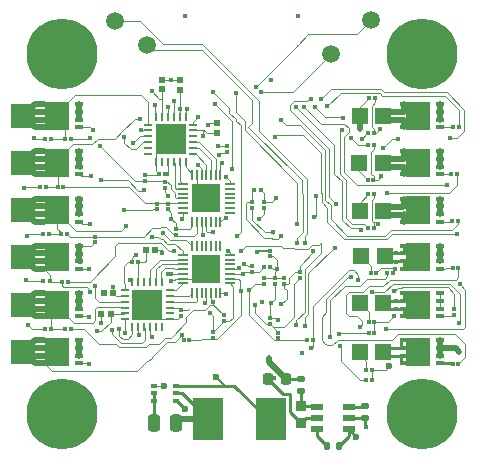
<source format=gbr>
%TF.GenerationSoftware,KiCad,Pcbnew,9.0.6*%
%TF.CreationDate,2025-12-26T21:42:16+01:00*%
%TF.ProjectId,esc,6573632e-6b69-4636-9164-5f7063625858,rev?*%
%TF.SameCoordinates,Original*%
%TF.FileFunction,Copper,L4,Bot*%
%TF.FilePolarity,Positive*%
%FSLAX46Y46*%
G04 Gerber Fmt 4.6, Leading zero omitted, Abs format (unit mm)*
G04 Created by KiCad (PCBNEW 9.0.6) date 2025-12-26 21:42:16*
%MOMM*%
%LPD*%
G01*
G04 APERTURE LIST*
G04 Aperture macros list*
%AMRoundRect*
0 Rectangle with rounded corners*
0 $1 Rounding radius*
0 $2 $3 $4 $5 $6 $7 $8 $9 X,Y pos of 4 corners*
0 Add a 4 corners polygon primitive as box body*
4,1,4,$2,$3,$4,$5,$6,$7,$8,$9,$2,$3,0*
0 Add four circle primitives for the rounded corners*
1,1,$1+$1,$2,$3*
1,1,$1+$1,$4,$5*
1,1,$1+$1,$6,$7*
1,1,$1+$1,$8,$9*
0 Add four rect primitives between the rounded corners*
20,1,$1+$1,$2,$3,$4,$5,0*
20,1,$1+$1,$4,$5,$6,$7,0*
20,1,$1+$1,$6,$7,$8,$9,0*
20,1,$1+$1,$8,$9,$2,$3,0*%
G04 Aperture macros list end*
%TA.AperFunction,SMDPad,CuDef*%
%ADD10R,2.100000X2.400000*%
%TD*%
%TA.AperFunction,SMDPad,CuDef*%
%ADD11R,0.800000X0.400000*%
%TD*%
%TA.AperFunction,SMDPad,CuDef*%
%ADD12R,2.000000X2.000000*%
%TD*%
%TA.AperFunction,SMDPad,CuDef*%
%ADD13R,0.860000X0.810000*%
%TD*%
%TA.AperFunction,SMDPad,CuDef*%
%ADD14RoundRect,0.140000X-0.140000X-0.170000X0.140000X-0.170000X0.140000X0.170000X-0.140000X0.170000X0*%
%TD*%
%TA.AperFunction,SMDPad,CuDef*%
%ADD15R,0.600000X0.500000*%
%TD*%
%TA.AperFunction,SMDPad,CuDef*%
%ADD16C,1.500000*%
%TD*%
%TA.AperFunction,SMDPad,CuDef*%
%ADD17R,0.300000X0.320000*%
%TD*%
%TA.AperFunction,SMDPad,CuDef*%
%ADD18R,0.370000X0.320000*%
%TD*%
%TA.AperFunction,SMDPad,CuDef*%
%ADD19R,0.320000X0.300000*%
%TD*%
%TA.AperFunction,SMDPad,CuDef*%
%ADD20R,0.200000X0.850000*%
%TD*%
%TA.AperFunction,SMDPad,CuDef*%
%ADD21R,0.850000X0.200000*%
%TD*%
%TA.AperFunction,SMDPad,CuDef*%
%ADD22R,2.400000X2.400000*%
%TD*%
%TA.AperFunction,SMDPad,CuDef*%
%ADD23R,0.500000X0.600000*%
%TD*%
%TA.AperFunction,SMDPad,CuDef*%
%ADD24RoundRect,0.250000X0.250000X0.475000X-0.250000X0.475000X-0.250000X-0.475000X0.250000X-0.475000X0*%
%TD*%
%TA.AperFunction,SMDPad,CuDef*%
%ADD25R,0.320000X0.370000*%
%TD*%
%TA.AperFunction,SMDPad,CuDef*%
%ADD26R,0.280000X0.660000*%
%TD*%
%TA.AperFunction,SMDPad,CuDef*%
%ADD27R,0.660000X0.280000*%
%TD*%
%TA.AperFunction,SMDPad,CuDef*%
%ADD28R,2.550000X2.550000*%
%TD*%
%TA.AperFunction,SMDPad,CuDef*%
%ADD29R,1.410000X1.350000*%
%TD*%
%TA.AperFunction,SMDPad,CuDef*%
%ADD30R,2.530000X3.670000*%
%TD*%
%TA.AperFunction,SMDPad,CuDef*%
%ADD31RoundRect,0.225000X0.225000X0.250000X-0.225000X0.250000X-0.225000X-0.250000X0.225000X-0.250000X0*%
%TD*%
%TA.AperFunction,SMDPad,CuDef*%
%ADD32RoundRect,0.140000X-0.170000X0.140000X-0.170000X-0.140000X0.170000X-0.140000X0.170000X0.140000X0*%
%TD*%
%TA.AperFunction,SMDPad,CuDef*%
%ADD33R,1.100000X0.600000*%
%TD*%
%TA.AperFunction,SMDPad,CuDef*%
%ADD34R,0.600000X0.420000*%
%TD*%
%TA.AperFunction,ViaPad*%
%ADD35C,0.400000*%
%TD*%
%TA.AperFunction,ViaPad*%
%ADD36C,6.000000*%
%TD*%
%TA.AperFunction,ViaPad*%
%ADD37C,0.600000*%
%TD*%
%TA.AperFunction,Conductor*%
%ADD38C,0.125000*%
%TD*%
%TA.AperFunction,Conductor*%
%ADD39C,0.250000*%
%TD*%
%TA.AperFunction,Conductor*%
%ADD40C,0.500000*%
%TD*%
%TA.AperFunction,Conductor*%
%ADD41C,0.200000*%
%TD*%
G04 APERTURE END LIST*
D10*
%TO.P,Q8,9,EP*%
%TO.N,/ESC2/ESC2_B*%
X138600000Y-108500000D03*
D11*
%TO.P,Q8,8,D*%
X137450000Y-107520000D03*
%TO.P,Q8,7,D*%
X137450000Y-108170000D03*
%TO.P,Q8,6,D*%
X137450000Y-108830000D03*
%TO.P,Q8,5,D*%
X137450000Y-109480000D03*
%TO.P,Q8,4,G*%
%TO.N,Net-(Q8-G)*%
X140450000Y-109480000D03*
%TO.P,Q8,3,S*%
%TO.N,/GND*%
X140450000Y-108830000D03*
%TO.P,Q8,2,S*%
X140450000Y-108180000D03*
%TO.P,Q8,1,S*%
X140450000Y-107520000D03*
%TD*%
D12*
%TO.P,U6,1,1*%
%TO.N,/ESC2/ESC2_B*%
X135700000Y-108500000D03*
%TD*%
D10*
%TO.P,Q12,9,EP*%
%TO.N,/ESC2/ESC2_C*%
X138600000Y-104500000D03*
D11*
%TO.P,Q12,8,D*%
X137450000Y-103520000D03*
%TO.P,Q12,7,D*%
X137450000Y-104170000D03*
%TO.P,Q12,6,D*%
X137450000Y-104830000D03*
%TO.P,Q12,5,D*%
X137450000Y-105480000D03*
%TO.P,Q12,4,G*%
%TO.N,Net-(Q12-G)*%
X140450000Y-105480000D03*
%TO.P,Q12,3,S*%
%TO.N,/GND*%
X140450000Y-104830000D03*
%TO.P,Q12,2,S*%
X140450000Y-104180000D03*
%TO.P,Q12,1,S*%
X140450000Y-103520000D03*
%TD*%
D12*
%TO.P,U10,1,1*%
%TO.N,/ESC2/ESC2_C*%
X135700000Y-104500000D03*
%TD*%
D13*
%TO.P,R88,2*%
%TO.N,/GND*%
X159200000Y-118550000D03*
%TO.P,R88,1*%
%TO.N,Net-(U21-FB)*%
X159200000Y-117050000D03*
%TD*%
D14*
%TO.P,C37,1*%
%TO.N,Net-(U21-BST)*%
X161400000Y-120500000D03*
%TO.P,C37,2*%
%TO.N,Net-(U21-SW)*%
X162400000Y-120500000D03*
%TD*%
D15*
%TO.P,D8,1,K*%
%TO.N,Net-(D8-K)*%
X148950000Y-90300000D03*
%TO.P,D8,2,A*%
%TO.N,/+8V*%
X148950000Y-89500000D03*
%TD*%
D16*
%TO.P,SWD3,1,1*%
%TO.N,/ESC3/SWDIO*%
X165125000Y-84400000D03*
%TD*%
D17*
%TO.P,R19,1,1*%
%TO.N,Net-(Q4-G)*%
X165440000Y-110900000D03*
%TO.P,R19,2,2*%
%TO.N,/ESC1/L02*%
X164960000Y-110900000D03*
%TD*%
D18*
%TO.P,C26,1,1*%
%TO.N,Net-(D8-K)*%
X137105000Y-98500000D03*
%TO.P,C26,2,2*%
%TO.N,/ESC3/ESC2_B*%
X137645000Y-98500000D03*
%TD*%
D19*
%TO.P,R8,1,1*%
%TO.N,Net-(U3-PA4)*%
X156600000Y-109660000D03*
%TO.P,R8,2,2*%
%TO.N,Net-(U3-PA1)*%
X156600000Y-110140000D03*
%TD*%
D20*
%TO.P,U11,1,BOOT0*%
%TO.N,Net-(U11-BOOT0)*%
X152400000Y-101500000D03*
%TO.P,U11,2,PF0/OSC_IN/*%
%TO.N,unconnected-(U11-PF0{slash}OSC_IN{slash}-Pad2)*%
X152000000Y-101500000D03*
%TO.P,U11,3,PF1/OSC_OUT*%
%TO.N,unconnected-(U11-PF1{slash}OSC_OUT-Pad3)*%
X151600000Y-101500000D03*
%TO.P,U11,4,NRST*%
%TO.N,Net-(U11-NRST)*%
X151200000Y-101500000D03*
%TO.P,U11,5,VDDA*%
%TO.N,/3V3*%
X150800000Y-101500000D03*
%TO.P,U11,6,PA0*%
%TO.N,Net-(U11-PA0)*%
X150400000Y-101500000D03*
%TO.P,U11,7,PA1*%
%TO.N,Net-(U11-PA1)*%
X150000000Y-101500000D03*
D21*
%TO.P,U11,8,PA2*%
%TO.N,Net-(U11-PA2)*%
X149200000Y-100700000D03*
%TO.P,U11,9,PA3*%
%TO.N,unconnected-(U11-PA3-Pad9)*%
X149200000Y-100300000D03*
%TO.P,U11,10,PA4*%
%TO.N,Net-(U11-PA4)*%
X149200000Y-99900000D03*
%TO.P,U11,11,PA5*%
%TO.N,Net-(U11-PA5)*%
X149200000Y-99500000D03*
%TO.P,U11,12,PA6*%
%TO.N,unconnected-(U11-PA6-Pad12)*%
X149200000Y-99100000D03*
%TO.P,U11,13,PA7*%
%TO.N,/ESC3/LI3*%
X149200000Y-98700000D03*
%TO.P,U11,14,PB0*%
%TO.N,/ESC3/LI2*%
X149200000Y-98300000D03*
D20*
%TO.P,U11,15,PB1*%
%TO.N,/ESC3/LI1*%
X150000000Y-97500000D03*
%TO.P,U11,16,VSS*%
%TO.N,/GND*%
X150400000Y-97500000D03*
%TO.P,U11,17,VDD*%
%TO.N,/3V3*%
X150800000Y-97500000D03*
%TO.P,U11,18,PA8*%
%TO.N,/ESC3/HI3*%
X151200000Y-97500000D03*
%TO.P,U11,19,PA9*%
%TO.N,/ESC3/HI2*%
X151600000Y-97500000D03*
%TO.P,U11,20,PA10*%
%TO.N,/ESC3/HI1*%
X152000000Y-97500000D03*
%TO.P,U11,21,PA13*%
%TO.N,/ESC3/SWDIO*%
X152400000Y-97500000D03*
D21*
%TO.P,U11,22,PA14*%
%TO.N,/ESC3/SWCLK*%
X153200000Y-98300000D03*
%TO.P,U11,23,PA15*%
%TO.N,unconnected-(U11-PA15-Pad23)*%
X153200000Y-98700000D03*
%TO.P,U11,24,PB3*%
%TO.N,unconnected-(U11-PB3-Pad24)*%
X153200000Y-99100000D03*
%TO.P,U11,25,PB4*%
%TO.N,unconnected-(U11-PB4-Pad25)*%
X153200000Y-99500000D03*
%TO.P,U11,26,PB5*%
%TO.N,unconnected-(U11-PB5-Pad26)*%
X153200000Y-99900000D03*
%TO.P,U11,27,PB6*%
%TO.N,unconnected-(U11-PB6-Pad27)*%
X153200000Y-100300000D03*
%TO.P,U11,28,PB7*%
%TO.N,unconnected-(U11-PB7-Pad28)*%
X153200000Y-100700000D03*
D22*
%TO.P,U11,29,GPAD*%
%TO.N,/GND*%
X151200000Y-99500000D03*
%TD*%
D18*
%TO.P,C18,1,1*%
%TO.N,Net-(D6-K)*%
X137405000Y-106500000D03*
%TO.P,C18,2,2*%
%TO.N,/ESC2/ESC2_C*%
X137945000Y-106500000D03*
%TD*%
D19*
%TO.P,R11,1,1*%
%TO.N,/3V3*%
X155100000Y-105740000D03*
%TO.P,R11,2,2*%
%TO.N,Net-(U3-NRST)*%
X155100000Y-105260000D03*
%TD*%
D23*
%TO.P,D6,1,K*%
%TO.N,Net-(D6-K)*%
X143125000Y-109275000D03*
%TO.P,D6,2,A*%
%TO.N,/+8V*%
X142325000Y-109275000D03*
%TD*%
D24*
%TO.P,C50,1*%
%TO.N,/VIN*%
X148650000Y-118500000D03*
%TO.P,C50,2*%
%TO.N,/GND*%
X146750000Y-118500000D03*
%TD*%
D11*
%TO.P,Q23,1,S*%
%TO.N,/ESC4/ESC2_C*%
X170950000Y-91520000D03*
%TO.P,Q23,2,S*%
X170950000Y-92180000D03*
%TO.P,Q23,3,S*%
X170950000Y-92830000D03*
%TO.P,Q23,4,G*%
%TO.N,Net-(Q23-G)*%
X170950000Y-93480000D03*
%TO.P,Q23,5,D*%
%TO.N,/VIN*%
X167950000Y-93480000D03*
%TO.P,Q23,6,D*%
X167950000Y-92830000D03*
%TO.P,Q23,7,D*%
X167950000Y-92170000D03*
%TO.P,Q23,8,D*%
X167950000Y-91520000D03*
D10*
%TO.P,Q23,9,EP*%
X169100000Y-92500000D03*
%TD*%
D25*
%TO.P,C14,1,1*%
%TO.N,/+8V*%
X149075000Y-108955000D03*
%TO.P,C14,2,2*%
%TO.N,/GND*%
X149075000Y-109495000D03*
%TD*%
D26*
%TO.P,U12,1,LIN1*%
%TO.N,/ESC3/LI1*%
X149450000Y-96410000D03*
%TO.P,U12,2,LIN2*%
%TO.N,/ESC3/LI2*%
X148950000Y-96410000D03*
%TO.P,U12,3,LIN3*%
%TO.N,/ESC3/LI3*%
X148450000Y-96410000D03*
%TO.P,U12,4,VCC*%
%TO.N,/+8V*%
X147950000Y-96410000D03*
%TO.P,U12,5,NC*%
%TO.N,unconnected-(U12-NC-Pad5)*%
X147450000Y-96410000D03*
%TO.P,U12,6,COM*%
%TO.N,/GND*%
X146950000Y-96410000D03*
D27*
%TO.P,U12,7,NC*%
%TO.N,unconnected-(U12-NC-Pad7)*%
X146290000Y-95750000D03*
%TO.P,U12,8,NC*%
%TO.N,unconnected-(U12-NC-Pad8)*%
X146290000Y-95250000D03*
%TO.P,U12,9,LO3*%
%TO.N,/ESC3/L03*%
X146290000Y-94750000D03*
%TO.P,U12,10,LO2*%
%TO.N,/ESC3/L02*%
X146290000Y-94250000D03*
%TO.P,U12,11,LO1*%
%TO.N,/ESC3/L01*%
X146290000Y-93750000D03*
%TO.P,U12,12,VS3*%
%TO.N,/ESC3/ESC2_C*%
X146290000Y-93250000D03*
D26*
%TO.P,U12,13,HO3*%
%TO.N,/ESC3/H03*%
X146950000Y-92590000D03*
%TO.P,U12,14,VB3*%
%TO.N,Net-(D9-K)*%
X147450000Y-92590000D03*
%TO.P,U12,15,VS2*%
%TO.N,/ESC3/ESC2_B*%
X147950000Y-92590000D03*
%TO.P,U12,16,HO2*%
%TO.N,/ESC3/H02*%
X148450000Y-92590000D03*
%TO.P,U12,17,VB2*%
%TO.N,Net-(D8-K)*%
X148950000Y-92590000D03*
%TO.P,U12,18,VS1*%
%TO.N,/ESC3/ESC2_A*%
X149450000Y-92590000D03*
D27*
%TO.P,U12,19,HO1*%
%TO.N,/ESC3/H01*%
X150110000Y-93250000D03*
%TO.P,U12,20,VB1*%
%TO.N,Net-(D7-K)*%
X150110000Y-93750000D03*
%TO.P,U12,21,NC*%
%TO.N,unconnected-(U12-NC-Pad21)*%
X150110000Y-94250000D03*
%TO.P,U12,22,HIN1*%
%TO.N,/ESC3/HI1*%
X150110000Y-94750000D03*
%TO.P,U12,23,HIN2*%
%TO.N,/ESC3/HI2*%
X150110000Y-95250000D03*
%TO.P,U12,24,HIN3*%
%TO.N,/ESC3/HI3*%
X150110000Y-95750000D03*
D28*
%TO.P,U12,25,EP*%
%TO.N,/GND*%
X148200000Y-94500000D03*
%TD*%
D18*
%TO.P,C17,1,1*%
%TO.N,Net-(D5-K)*%
X137505000Y-110525000D03*
%TO.P,C17,2,2*%
%TO.N,/ESC2/ESC2_B*%
X138045000Y-110525000D03*
%TD*%
D17*
%TO.P,R80,1,1*%
%TO.N,Net-(Q19-G)*%
X171910000Y-97475000D03*
%TO.P,R80,2,2*%
%TO.N,/ESC4/H02*%
X172390000Y-97475000D03*
%TD*%
D11*
%TO.P,Q3,1,S*%
%TO.N,/ESC1/ESC2_B*%
X170950000Y-107520000D03*
%TO.P,Q3,2,S*%
X170950000Y-108180000D03*
%TO.P,Q3,3,S*%
X170950000Y-108830000D03*
%TO.P,Q3,4,G*%
%TO.N,Net-(Q3-G)*%
X170950000Y-109480000D03*
%TO.P,Q3,5,D*%
%TO.N,/VIN*%
X167950000Y-109480000D03*
%TO.P,Q3,6,D*%
X167950000Y-108830000D03*
%TO.P,Q3,7,D*%
X167950000Y-108170000D03*
%TO.P,Q3,8,D*%
X167950000Y-107520000D03*
D10*
%TO.P,Q3,9,EP*%
X169100000Y-108500000D03*
%TD*%
D12*
%TO.P,U13,1,1*%
%TO.N,/ESC3/ESC2_A*%
X135700000Y-100500000D03*
%TD*%
D17*
%TO.P,R76,1,1*%
%TO.N,/GND*%
X164885000Y-99150000D03*
%TO.P,R76,2,2*%
%TO.N,Net-(Q22-G)*%
X165365000Y-99150000D03*
%TD*%
D19*
%TO.P,R46,1,1*%
%TO.N,Net-(U11-PA0)*%
X141750000Y-102735000D03*
%TO.P,R46,2,2*%
%TO.N,/GND*%
X141750000Y-103215000D03*
%TD*%
D29*
%TO.P,C29,1,1*%
%TO.N,/GND*%
X164200000Y-92500000D03*
%TO.P,C29,2,2*%
%TO.N,/VIN*%
X166200000Y-92500000D03*
%TD*%
D17*
%TO.P,R15,1,1*%
%TO.N,/GND*%
X165120000Y-105800000D03*
%TO.P,R15,2,2*%
%TO.N,Net-(Q6-G)*%
X165600000Y-105800000D03*
%TD*%
D11*
%TO.P,Q10,1,S*%
%TO.N,/GND*%
X140450000Y-111520000D03*
%TO.P,Q10,2,S*%
X140450000Y-112180000D03*
%TO.P,Q10,3,S*%
X140450000Y-112830000D03*
%TO.P,Q10,4,G*%
%TO.N,Net-(Q10-G)*%
X140450000Y-113480000D03*
%TO.P,Q10,5,D*%
%TO.N,/ESC2/ESC2_A*%
X137450000Y-113480000D03*
%TO.P,Q10,6,D*%
X137450000Y-112830000D03*
%TO.P,Q10,7,D*%
X137450000Y-112170000D03*
%TO.P,Q10,8,D*%
X137450000Y-111520000D03*
D10*
%TO.P,Q10,9,EP*%
X138600000Y-112500000D03*
%TD*%
D30*
%TO.P,R240,1,1*%
%TO.N,/VBAT*%
X156670000Y-118200000D03*
%TO.P,R240,2,2*%
%TO.N,/VIN*%
X151330000Y-118200000D03*
%TD*%
D11*
%TO.P,Q18,1,S*%
%TO.N,/GND*%
X140450000Y-91520000D03*
%TO.P,Q18,2,S*%
X140450000Y-92180000D03*
%TO.P,Q18,3,S*%
X140450000Y-92830000D03*
%TO.P,Q18,4,G*%
%TO.N,Net-(Q18-G)*%
X140450000Y-93480000D03*
%TO.P,Q18,5,D*%
%TO.N,/ESC3/ESC2_C*%
X137450000Y-93480000D03*
%TO.P,Q18,6,D*%
X137450000Y-92830000D03*
%TO.P,Q18,7,D*%
X137450000Y-92170000D03*
%TO.P,Q18,8,D*%
X137450000Y-91520000D03*
D10*
%TO.P,Q18,9,EP*%
X138600000Y-92500000D03*
%TD*%
D27*
%TO.P,U2,1,LIN1*%
%TO.N,/ESC2/LI1*%
X148110000Y-107250000D03*
%TO.P,U2,2,LIN2*%
%TO.N,/ESC2/LI2*%
X148110000Y-107750000D03*
%TO.P,U2,3,LIN3*%
%TO.N,/ESC2/LI3*%
X148110000Y-108250000D03*
%TO.P,U2,4,VCC*%
%TO.N,/+8V*%
X148110000Y-108750000D03*
%TO.P,U2,5,NC*%
%TO.N,unconnected-(U2-NC-Pad5)*%
X148110000Y-109250000D03*
%TO.P,U2,6,COM*%
%TO.N,/GND*%
X148110000Y-109750000D03*
D26*
%TO.P,U2,7,NC*%
%TO.N,unconnected-(U2-NC-Pad7)*%
X147450000Y-110410000D03*
%TO.P,U2,8,NC*%
%TO.N,unconnected-(U2-NC-Pad8)*%
X146950000Y-110410000D03*
%TO.P,U2,9,LO3*%
%TO.N,/ESC2/L03*%
X146450000Y-110410000D03*
%TO.P,U2,10,LO2*%
%TO.N,/ESC2/L02*%
X145950000Y-110410000D03*
%TO.P,U2,11,LO1*%
%TO.N,/ESC2/L01*%
X145450000Y-110410000D03*
%TO.P,U2,12,VS3*%
%TO.N,/ESC2/ESC2_C*%
X144950000Y-110410000D03*
D27*
%TO.P,U2,13,HO3*%
%TO.N,/ESC2/H03*%
X144290000Y-109750000D03*
%TO.P,U2,14,VB3*%
%TO.N,Net-(D6-K)*%
X144290000Y-109250000D03*
%TO.P,U2,15,VS2*%
%TO.N,/ESC2/ESC2_B*%
X144290000Y-108750000D03*
%TO.P,U2,16,HO2*%
%TO.N,/ESC2/H02*%
X144290000Y-108250000D03*
%TO.P,U2,17,VB2*%
%TO.N,Net-(D5-K)*%
X144290000Y-107750000D03*
%TO.P,U2,18,VS1*%
%TO.N,/ESC2/ESC2_A*%
X144290000Y-107250000D03*
D26*
%TO.P,U2,19,HO1*%
%TO.N,/ESC2/H01*%
X144950000Y-106590000D03*
%TO.P,U2,20,VB1*%
%TO.N,Net-(D4-K)*%
X145450000Y-106590000D03*
%TO.P,U2,21,NC*%
%TO.N,unconnected-(U2-NC-Pad21)*%
X145950000Y-106590000D03*
%TO.P,U2,22,HIN1*%
%TO.N,/ESC2/HI1*%
X146450000Y-106590000D03*
%TO.P,U2,23,HIN2*%
%TO.N,/ESC2/HI2*%
X146950000Y-106590000D03*
%TO.P,U2,24,HIN3*%
%TO.N,/ESC2/HI3*%
X147450000Y-106590000D03*
D28*
%TO.P,U2,25,EP*%
%TO.N,/GND*%
X146200000Y-108500000D03*
%TD*%
D19*
%TO.P,R73,1,1*%
%TO.N,/GND*%
X156050000Y-99835000D03*
%TO.P,R73,2,2*%
%TO.N,Net-(U16-BOOT0)*%
X156050000Y-100315000D03*
%TD*%
D29*
%TO.P,C1,1,1*%
%TO.N,/GND*%
X164300000Y-104400000D03*
%TO.P,C1,2,2*%
%TO.N,/VIN*%
X166300000Y-104400000D03*
%TD*%
D11*
%TO.P,Q19,1,S*%
%TO.N,/ESC4/ESC2_B*%
X170950000Y-95520000D03*
%TO.P,Q19,2,S*%
X170950000Y-96180000D03*
%TO.P,Q19,3,S*%
X170950000Y-96830000D03*
%TO.P,Q19,4,G*%
%TO.N,Net-(Q19-G)*%
X170950000Y-97480000D03*
%TO.P,Q19,5,D*%
%TO.N,/VIN*%
X167950000Y-97480000D03*
%TO.P,Q19,6,D*%
X167950000Y-96830000D03*
%TO.P,Q19,7,D*%
X167950000Y-96170000D03*
%TO.P,Q19,8,D*%
X167950000Y-95520000D03*
D10*
%TO.P,Q19,9,EP*%
X169100000Y-96500000D03*
%TD*%
D17*
%TO.P,R20,1,1*%
%TO.N,Net-(Q5-G)*%
X172060000Y-105400000D03*
%TO.P,R20,2,2*%
%TO.N,/ESC1/H03*%
X172540000Y-105400000D03*
%TD*%
D19*
%TO.P,R48,1,1*%
%TO.N,Net-(U11-PA4)*%
X147000000Y-99960000D03*
%TO.P,R48,2,2*%
%TO.N,/GND*%
X147000000Y-100440000D03*
%TD*%
D11*
%TO.P,Q1,1,S*%
%TO.N,/ESC1/ESC2_A*%
X170950000Y-111520000D03*
%TO.P,Q1,2,S*%
X170950000Y-112180000D03*
%TO.P,Q1,3,S*%
X170950000Y-112830000D03*
%TO.P,Q1,4,G*%
%TO.N,Net-(Q1-G)*%
X170950000Y-113480000D03*
%TO.P,Q1,5,D*%
%TO.N,/VIN*%
X167950000Y-113480000D03*
%TO.P,Q1,6,D*%
X167950000Y-112830000D03*
%TO.P,Q1,7,D*%
X167950000Y-112170000D03*
%TO.P,Q1,8,D*%
X167950000Y-111520000D03*
D10*
%TO.P,Q1,9,EP*%
X169100000Y-112500000D03*
%TD*%
D18*
%TO.P,C31,1,1*%
%TO.N,/3V3*%
X155255000Y-98800000D03*
%TO.P,C31,2,2*%
%TO.N,/GND*%
X155795000Y-98800000D03*
%TD*%
D17*
%TO.P,R16,1,1*%
%TO.N,Net-(Q1-G)*%
X172060000Y-113500000D03*
%TO.P,R16,2,2*%
%TO.N,/ESC1/H01*%
X172540000Y-113500000D03*
%TD*%
D31*
%TO.P,C38,1*%
%TO.N,/+8V*%
X157980000Y-114800000D03*
%TO.P,C38,2*%
%TO.N,/GND*%
X156420000Y-114800000D03*
%TD*%
D11*
%TO.P,Q14,1,S*%
%TO.N,/GND*%
X140450000Y-95520000D03*
%TO.P,Q14,2,S*%
X140450000Y-96180000D03*
%TO.P,Q14,3,S*%
X140450000Y-96830000D03*
%TO.P,Q14,4,G*%
%TO.N,Net-(Q14-G)*%
X140450000Y-97480000D03*
%TO.P,Q14,5,D*%
%TO.N,/ESC3/ESC2_B*%
X137450000Y-97480000D03*
%TO.P,Q14,6,D*%
X137450000Y-96830000D03*
%TO.P,Q14,7,D*%
X137450000Y-96170000D03*
%TO.P,Q14,8,D*%
X137450000Y-95520000D03*
D10*
%TO.P,Q14,9,EP*%
X138600000Y-96500000D03*
%TD*%
D19*
%TO.P,R74,1,1*%
%TO.N,/3V3*%
X155075000Y-99810000D03*
%TO.P,R74,2,2*%
%TO.N,Net-(U16-NRST)*%
X155075000Y-100290000D03*
%TD*%
%TO.P,R47,1,1*%
%TO.N,Net-(U11-PA5)*%
X145975000Y-98040000D03*
%TO.P,R47,2,2*%
%TO.N,/GND*%
X145975000Y-97560000D03*
%TD*%
D17*
%TO.P,R3,1,1*%
%TO.N,/ESC1/ESC2_A*%
X160240000Y-111500000D03*
%TO.P,R3,2,2*%
%TO.N,Net-(U3-PA0)*%
X159760000Y-111500000D03*
%TD*%
D19*
%TO.P,R49,1,1*%
%TO.N,Net-(U11-PA5)*%
X147675000Y-98110000D03*
%TO.P,R49,2,2*%
%TO.N,Net-(U11-PA1)*%
X147675000Y-98590000D03*
%TD*%
D25*
%TO.P,C15,1,1*%
%TO.N,/3V3*%
X148200000Y-105930000D03*
%TO.P,C15,2,2*%
%TO.N,/GND*%
X148200000Y-106470000D03*
%TD*%
D17*
%TO.P,R23,1,1*%
%TO.N,/ESC2/ESC2_B*%
X139235000Y-110525000D03*
%TO.P,R23,2,2*%
%TO.N,Net-(U1-PA4)*%
X139715000Y-110525000D03*
%TD*%
D18*
%TO.P,C16,1,1*%
%TO.N,Net-(D4-K)*%
X145420000Y-104875000D03*
%TO.P,C16,2,2*%
%TO.N,/ESC2/ESC2_A*%
X144880000Y-104875000D03*
%TD*%
D11*
%TO.P,Q16,1,S*%
%TO.N,/GND*%
X140450000Y-99520000D03*
%TO.P,Q16,2,S*%
X140450000Y-100180000D03*
%TO.P,Q16,3,S*%
X140450000Y-100830000D03*
%TO.P,Q16,4,G*%
%TO.N,Net-(Q16-G)*%
X140450000Y-101480000D03*
%TO.P,Q16,5,D*%
%TO.N,/ESC3/ESC2_A*%
X137450000Y-101480000D03*
%TO.P,Q16,6,D*%
X137450000Y-100830000D03*
%TO.P,Q16,7,D*%
X137450000Y-100170000D03*
%TO.P,Q16,8,D*%
X137450000Y-99520000D03*
D10*
%TO.P,Q16,9,EP*%
X138600000Y-100500000D03*
%TD*%
D17*
%TO.P,R81,1,1*%
%TO.N,Net-(Q22-G)*%
X165415000Y-102050000D03*
%TO.P,R81,2,2*%
%TO.N,/ESC4/L01*%
X164935000Y-102050000D03*
%TD*%
D19*
%TO.P,R7,1,1*%
%TO.N,Net-(U3-PA5)*%
X159100000Y-105760000D03*
%TO.P,R7,2,2*%
%TO.N,Net-(U3-PA1)*%
X159100000Y-106240000D03*
%TD*%
D23*
%TO.P,D5,1,K*%
%TO.N,Net-(D5-K)*%
X143325000Y-107550000D03*
%TO.P,D5,2,A*%
%TO.N,/+8V*%
X142525000Y-107550000D03*
%TD*%
D29*
%TO.P,C3,1,1*%
%TO.N,/GND*%
X164200000Y-108400000D03*
%TO.P,C3,2,2*%
%TO.N,/VIN*%
X166200000Y-108400000D03*
%TD*%
D18*
%TO.P,C4,1,1*%
%TO.N,/3V3*%
X156080000Y-105300000D03*
%TO.P,C4,2,2*%
%TO.N,/GND*%
X156620000Y-105300000D03*
%TD*%
D19*
%TO.P,R30,1,1*%
%TO.N,Net-(U1-PA0)*%
X151775000Y-111290000D03*
%TO.P,R30,2,2*%
%TO.N,Net-(U1-PA1)*%
X151775000Y-110810000D03*
%TD*%
D17*
%TO.P,R79,1,1*%
%TO.N,Net-(Q21-G)*%
X172010000Y-101425000D03*
%TO.P,R79,2,2*%
%TO.N,/ESC4/H01*%
X172490000Y-101425000D03*
%TD*%
%TO.P,R84,1,1*%
%TO.N,Net-(Q23-G)*%
X172095000Y-93475000D03*
%TO.P,R84,2,2*%
%TO.N,/ESC4/H03*%
X172575000Y-93475000D03*
%TD*%
D29*
%TO.P,C2,1,1*%
%TO.N,/GND*%
X164200000Y-112500000D03*
%TO.P,C2,2,2*%
%TO.N,/VIN*%
X166200000Y-112500000D03*
%TD*%
D18*
%TO.P,C27,1,1*%
%TO.N,Net-(D9-K)*%
X137505000Y-94475000D03*
%TO.P,C27,2,2*%
%TO.N,/ESC3/ESC2_C*%
X138045000Y-94475000D03*
%TD*%
D19*
%TO.P,R4,1,1*%
%TO.N,Net-(U3-PA0)*%
X156100000Y-106740000D03*
%TO.P,R4,2,2*%
%TO.N,/GND*%
X156100000Y-106260000D03*
%TD*%
%TO.P,R9,1,1*%
%TO.N,Net-(U3-PA0)*%
X157300000Y-111340000D03*
%TO.P,R9,2,2*%
%TO.N,Net-(U3-PA1)*%
X157300000Y-110860000D03*
%TD*%
%TO.P,R18,1,1*%
%TO.N,Net-(Q3-G)*%
X172200000Y-109340000D03*
%TO.P,R18,2,2*%
%TO.N,/ESC1/H02*%
X172200000Y-108860000D03*
%TD*%
D17*
%TO.P,R21,1,1*%
%TO.N,Net-(Q6-G)*%
X166980000Y-105800000D03*
%TO.P,R21,2,2*%
%TO.N,/ESC1/L03*%
X166500000Y-105800000D03*
%TD*%
D29*
%TO.P,C28,1,1*%
%TO.N,/GND*%
X164125000Y-96500000D03*
%TO.P,C28,2,2*%
%TO.N,/VIN*%
X166125000Y-96500000D03*
%TD*%
D17*
%TO.P,R17,1,1*%
%TO.N,Net-(Q2-G)*%
X165240000Y-114900000D03*
%TO.P,R17,2,2*%
%TO.N,/ESC1/L01*%
X164760000Y-114900000D03*
%TD*%
D11*
%TO.P,Q21,1,S*%
%TO.N,/ESC4/ESC2_A*%
X170950000Y-99520000D03*
%TO.P,Q21,2,S*%
X170950000Y-100180000D03*
%TO.P,Q21,3,S*%
X170950000Y-100830000D03*
%TO.P,Q21,4,G*%
%TO.N,Net-(Q21-G)*%
X170950000Y-101480000D03*
%TO.P,Q21,5,D*%
%TO.N,/VIN*%
X167950000Y-101480000D03*
%TO.P,Q21,6,D*%
X167950000Y-100830000D03*
%TO.P,Q21,7,D*%
X167950000Y-100170000D03*
%TO.P,Q21,8,D*%
X167950000Y-99520000D03*
D10*
%TO.P,Q21,9,EP*%
X169100000Y-100500000D03*
%TD*%
D32*
%TO.P,R86,1*%
%TO.N,/+8V*%
X159200000Y-114800000D03*
%TO.P,R86,2*%
%TO.N,Net-(U21-FB)*%
X159200000Y-115800000D03*
%TD*%
D19*
%TO.P,R29,1,1*%
%TO.N,Net-(U1-PA4)*%
X152675000Y-109385000D03*
%TO.P,R29,2,2*%
%TO.N,Net-(U1-PA1)*%
X152675000Y-109865000D03*
%TD*%
D18*
%TO.P,C25,1,1*%
%TO.N,Net-(D7-K)*%
X137355000Y-102500000D03*
%TO.P,C25,2,2*%
%TO.N,/ESC3/ESC2_A*%
X137895000Y-102500000D03*
%TD*%
D19*
%TO.P,R6,1,1*%
%TO.N,Net-(U3-PA4)*%
X157000000Y-106740000D03*
%TO.P,R6,2,2*%
%TO.N,/GND*%
X157000000Y-106260000D03*
%TD*%
D17*
%TO.P,R77,1,1*%
%TO.N,/GND*%
X164860000Y-97925000D03*
%TO.P,R77,2,2*%
%TO.N,Net-(Q20-G)*%
X165340000Y-97925000D03*
%TD*%
D32*
%TO.P,R85,1*%
%TO.N,Net-(U21-EN)*%
X164600000Y-117100000D03*
%TO.P,R85,2*%
%TO.N,/VIN*%
X164600000Y-118100000D03*
%TD*%
D17*
%TO.P,R43,1,1*%
%TO.N,/ESC3/ESC2_C*%
X139260000Y-94500000D03*
%TO.P,R43,2,2*%
%TO.N,Net-(U11-PA5)*%
X139740000Y-94500000D03*
%TD*%
D29*
%TO.P,C30,1,1*%
%TO.N,/GND*%
X164200000Y-100575000D03*
%TO.P,C30,2,2*%
%TO.N,/VIN*%
X166200000Y-100575000D03*
%TD*%
D17*
%TO.P,R78,1,1*%
%TO.N,/GND*%
X164985000Y-91025000D03*
%TO.P,R78,2,2*%
%TO.N,Net-(Q24-G)*%
X165465000Y-91025000D03*
%TD*%
D16*
%TO.P,SWC1,1,1*%
%TO.N,/ESC1/SWCLK*%
X146225000Y-86550000D03*
%TD*%
D17*
%TO.P,R82,1,1*%
%TO.N,Net-(Q20-G)*%
X165415000Y-95000000D03*
%TO.P,R82,2,2*%
%TO.N,/ESC4/L02*%
X164935000Y-95000000D03*
%TD*%
D16*
%TO.P,SWC3,1,1*%
%TO.N,/ESC3/SWCLK*%
X161800000Y-87275000D03*
%TD*%
D15*
%TO.P,D7,1,K*%
%TO.N,Net-(D7-K)*%
X152075000Y-93950000D03*
%TO.P,D7,2,A*%
%TO.N,/+8V*%
X152075000Y-93150000D03*
%TD*%
D19*
%TO.P,R5,1,1*%
%TO.N,Net-(U3-PA5)*%
X157800000Y-106740000D03*
%TO.P,R5,2,2*%
%TO.N,/GND*%
X157800000Y-106260000D03*
%TD*%
D17*
%TO.P,R83,1,1*%
%TO.N,Net-(Q24-G)*%
X165390000Y-93975000D03*
%TO.P,R83,2,2*%
%TO.N,/ESC4/L03*%
X164910000Y-93975000D03*
%TD*%
D33*
%TO.P,U21,1,BST*%
%TO.N,Net-(U21-BST)*%
X160550000Y-119050000D03*
%TO.P,U21,2,GND*%
%TO.N,/GND*%
X160550000Y-118100000D03*
%TO.P,U21,3,FB*%
%TO.N,Net-(U21-FB)*%
X160550000Y-117150000D03*
%TO.P,U21,4,EN*%
%TO.N,Net-(U21-EN)*%
X163250000Y-117150000D03*
%TO.P,U21,5,VIN*%
%TO.N,/VIN*%
X163250000Y-118100000D03*
%TO.P,U21,6,SW*%
%TO.N,Net-(U21-SW)*%
X163250000Y-119050000D03*
%TD*%
D21*
%TO.P,U1,1,BOOT0*%
%TO.N,Net-(U1-BOOT0)*%
X153200000Y-104300000D03*
%TO.P,U1,2,PF0/OSC_IN/*%
%TO.N,unconnected-(U1-PF0{slash}OSC_IN{slash}-Pad2)*%
X153200000Y-104700000D03*
%TO.P,U1,3,PF1/OSC_OUT*%
%TO.N,unconnected-(U1-PF1{slash}OSC_OUT-Pad3)*%
X153200000Y-105100000D03*
%TO.P,U1,4,NRST*%
%TO.N,Net-(U1-NRST)*%
X153200000Y-105500000D03*
%TO.P,U1,5,VDDA*%
%TO.N,/3V3*%
X153200000Y-105900000D03*
%TO.P,U1,6,PA0*%
%TO.N,Net-(U1-PA0)*%
X153200000Y-106300000D03*
%TO.P,U1,7,PA1*%
%TO.N,Net-(U1-PA1)*%
X153200000Y-106700000D03*
D20*
%TO.P,U1,8,PA2*%
%TO.N,Net-(U1-PA2)*%
X152400000Y-107500000D03*
%TO.P,U1,9,PA3*%
%TO.N,unconnected-(U1-PA3-Pad9)*%
X152000000Y-107500000D03*
%TO.P,U1,10,PA4*%
%TO.N,Net-(U1-PA4)*%
X151600000Y-107500000D03*
%TO.P,U1,11,PA5*%
%TO.N,Net-(U1-PA5)*%
X151200000Y-107500000D03*
%TO.P,U1,12,PA6*%
%TO.N,unconnected-(U1-PA6-Pad12)*%
X150800000Y-107500000D03*
%TO.P,U1,13,PA7*%
%TO.N,/ESC2/LI3*%
X150400000Y-107500000D03*
%TO.P,U1,14,PB0*%
%TO.N,/ESC2/LI2*%
X150000000Y-107500000D03*
D21*
%TO.P,U1,15,PB1*%
%TO.N,/ESC2/LI1*%
X149200000Y-106700000D03*
%TO.P,U1,16,VSS*%
%TO.N,/GND*%
X149200000Y-106300000D03*
%TO.P,U1,17,VDD*%
%TO.N,/3V3*%
X149200000Y-105900000D03*
%TO.P,U1,18,PA8*%
%TO.N,/ESC2/HI3*%
X149200000Y-105500000D03*
%TO.P,U1,19,PA9*%
%TO.N,/ESC2/HI2*%
X149200000Y-105100000D03*
%TO.P,U1,20,PA10*%
%TO.N,/ESC2/HI1*%
X149200000Y-104700000D03*
%TO.P,U1,21,PA13*%
%TO.N,/ESC2/SWDIO*%
X149200000Y-104300000D03*
D20*
%TO.P,U1,22,PA14*%
%TO.N,/ESC2/SWCLK*%
X150000000Y-103500000D03*
%TO.P,U1,23,PA15*%
%TO.N,unconnected-(U1-PA15-Pad23)*%
X150400000Y-103500000D03*
%TO.P,U1,24,PB3*%
%TO.N,unconnected-(U1-PB3-Pad24)*%
X150800000Y-103500000D03*
%TO.P,U1,25,PB4*%
%TO.N,unconnected-(U1-PB4-Pad25)*%
X151200000Y-103500000D03*
%TO.P,U1,26,PB5*%
%TO.N,unconnected-(U1-PB5-Pad26)*%
X151600000Y-103500000D03*
%TO.P,U1,27,PB6*%
%TO.N,unconnected-(U1-PB6-Pad27)*%
X152000000Y-103500000D03*
%TO.P,U1,28,PB7*%
%TO.N,unconnected-(U1-PB7-Pad28)*%
X152400000Y-103500000D03*
D22*
%TO.P,U1,29,GPAD*%
%TO.N,/GND*%
X151200000Y-105500000D03*
%TD*%
D18*
%TO.P,C23,1,1*%
%TO.N,/+8V*%
X147720000Y-97450000D03*
%TO.P,C23,2,2*%
%TO.N,/GND*%
X147180000Y-97450000D03*
%TD*%
D17*
%TO.P,R22,1,1*%
%TO.N,/ESC2/ESC2_C*%
X138985000Y-106550000D03*
%TO.P,R22,2,2*%
%TO.N,Net-(U1-PA5)*%
X139465000Y-106550000D03*
%TD*%
D25*
%TO.P,C24,1,1*%
%TO.N,/3V3*%
X152975000Y-95055000D03*
%TO.P,C24,2,2*%
%TO.N,/GND*%
X152975000Y-95595000D03*
%TD*%
D15*
%TO.P,D9,1,K*%
%TO.N,Net-(D9-K)*%
X147450000Y-90275000D03*
%TO.P,D9,2,A*%
%TO.N,/+8V*%
X147450000Y-89475000D03*
%TD*%
D17*
%TO.P,R45,1,1*%
%TO.N,/ESC3/ESC2_A*%
X138895000Y-102500000D03*
%TO.P,R45,2,2*%
%TO.N,Net-(U11-PA0)*%
X139375000Y-102500000D03*
%TD*%
%TO.P,R14,1,1*%
%TO.N,/GND*%
X164960000Y-110000000D03*
%TO.P,R14,2,2*%
%TO.N,Net-(Q4-G)*%
X165440000Y-110000000D03*
%TD*%
%TO.P,R24,1,1*%
%TO.N,/ESC2/ESC2_A*%
X149285000Y-111475000D03*
%TO.P,R24,2,2*%
%TO.N,Net-(U1-PA0)*%
X149765000Y-111475000D03*
%TD*%
D34*
%TO.P,U24,1,REF*%
%TO.N,/GND*%
X146750000Y-116650000D03*
%TO.P,U24,2,GND*%
X146750000Y-116000000D03*
%TO.P,U24,3,V+*%
%TO.N,/3V3*%
X146750000Y-115350000D03*
%TO.P,U24,4,IN+*%
%TO.N,/VBAT*%
X148650000Y-115350000D03*
%TO.P,U24,5,IN-*%
%TO.N,/VIN*%
X148650000Y-116000000D03*
%TO.P,U24,6,OUT*%
%TO.N,Net-(U24-OUT)*%
X148650000Y-116650000D03*
%TD*%
D23*
%TO.P,D4,1,K*%
%TO.N,Net-(D4-K)*%
X146100000Y-103875000D03*
%TO.P,D4,2,A*%
%TO.N,/+8V*%
X146900000Y-103875000D03*
%TD*%
D19*
%TO.P,R50,1,1*%
%TO.N,Net-(U11-PA4)*%
X147950000Y-99960000D03*
%TO.P,R50,2,2*%
%TO.N,Net-(U11-PA1)*%
X147950000Y-100440000D03*
%TD*%
D12*
%TO.P,U14,1,1*%
%TO.N,/ESC3/ESC2_B*%
X135700000Y-96500000D03*
%TD*%
%TO.P,U5,1,1*%
%TO.N,/ESC2/ESC2_A*%
X135700000Y-112500000D03*
%TD*%
D19*
%TO.P,R51,1,1*%
%TO.N,Net-(U11-PA0)*%
X148625000Y-102565000D03*
%TO.P,R51,2,2*%
%TO.N,Net-(U11-PA1)*%
X148625000Y-102085000D03*
%TD*%
D11*
%TO.P,Q5,1,S*%
%TO.N,/ESC1/ESC2_C*%
X170950000Y-103520000D03*
%TO.P,Q5,2,S*%
X170950000Y-104180000D03*
%TO.P,Q5,3,S*%
X170950000Y-104830000D03*
%TO.P,Q5,4,G*%
%TO.N,Net-(Q5-G)*%
X170950000Y-105480000D03*
%TO.P,Q5,5,D*%
%TO.N,/VIN*%
X167950000Y-105480000D03*
%TO.P,Q5,6,D*%
X167950000Y-104830000D03*
%TO.P,Q5,7,D*%
X167950000Y-104170000D03*
%TO.P,Q5,8,D*%
X167950000Y-103520000D03*
D10*
%TO.P,Q5,9,EP*%
X169100000Y-104500000D03*
%TD*%
D16*
%TO.P,SWD1,1,1*%
%TO.N,/ESC1/SWDIO*%
X143475000Y-84450000D03*
%TD*%
D17*
%TO.P,R13,1,1*%
%TO.N,/GND*%
X164760000Y-114000000D03*
%TO.P,R13,2,2*%
%TO.N,Net-(Q2-G)*%
X165240000Y-114000000D03*
%TD*%
%TO.P,R44,1,1*%
%TO.N,/ESC3/ESC2_B*%
X138610000Y-98500000D03*
%TO.P,R44,2,2*%
%TO.N,Net-(U11-PA4)*%
X139090000Y-98500000D03*
%TD*%
D12*
%TO.P,U15,1,1*%
%TO.N,/ESC3/ESC2_C*%
X135700000Y-92500000D03*
%TD*%
D19*
%TO.P,R10,1,1*%
%TO.N,/GND*%
X156600000Y-104415000D03*
%TO.P,R10,2,2*%
%TO.N,Net-(U3-BOOT0)*%
X156600000Y-103935000D03*
%TD*%
D35*
%TO.N,/GND*%
X151200000Y-105500000D03*
X144225000Y-100450000D03*
X159000000Y-84060000D03*
D36*
X169450000Y-117750000D03*
X138950000Y-117750000D03*
D35*
X164100000Y-96525000D03*
D36*
X138950000Y-87250000D03*
D35*
X156700000Y-89450000D03*
X149400000Y-84060000D03*
D36*
X169450000Y-87250000D03*
D35*
X159300000Y-112600000D03*
X157200000Y-105500000D03*
X164200000Y-100575000D03*
D37*
X164200000Y-108400000D03*
D35*
X157100001Y-99500000D03*
D37*
X164000000Y-112500000D03*
D35*
X151200000Y-99500000D03*
X156900000Y-114700000D03*
X140475000Y-92825000D03*
X164250000Y-93600000D03*
X146225000Y-108625000D03*
X140475000Y-112825000D03*
X140425000Y-111550000D03*
X140475000Y-96825000D03*
X140450000Y-95525000D03*
X148200000Y-94500000D03*
X140450000Y-99500000D03*
X140450000Y-91525000D03*
X152305537Y-95794463D03*
D37*
X146800000Y-118500000D03*
D35*
X140475000Y-103550000D03*
X164300000Y-104400000D03*
X140425000Y-107500000D03*
X140475000Y-104875000D03*
X140425000Y-108825000D03*
X140450000Y-100825000D03*
%TO.N,/3V3*%
X157550000Y-102674998D03*
X150900000Y-102600000D03*
X154302799Y-105931582D03*
X147925000Y-105900000D03*
X152225000Y-95050000D03*
X150475000Y-96675000D03*
D37*
X147600000Y-115400000D03*
D35*
%TO.N,/+8V*%
X156500000Y-113000000D03*
X148225000Y-89500000D03*
X147477861Y-104167596D03*
X151342584Y-93331295D03*
X147887500Y-97450000D03*
X142300000Y-110050000D03*
X142525000Y-107550000D03*
%TO.N,/ESC1/ESC2_A*%
X172623000Y-112500000D03*
X160100000Y-112200000D03*
X164062515Y-106381679D03*
%TO.N,Net-(D2-K)*%
X165214166Y-107438952D03*
X172600000Y-110087500D03*
%TO.N,/ESC1/ESC2_B*%
X170950000Y-108200000D03*
%TO.N,/ESC1/ESC2_C*%
X162114296Y-103724893D03*
X159600000Y-110300000D03*
X170950000Y-104180000D03*
%TO.N,Net-(D3-K)*%
X166400000Y-110600000D03*
X172658711Y-106765109D03*
%TO.N,/ESC2/ESC2_A*%
X149124893Y-111074893D03*
X137450000Y-111520000D03*
X137450000Y-112170000D03*
X137450000Y-112830000D03*
X145280002Y-104314998D03*
%TO.N,/ESC2/ESC2_B*%
X137450000Y-108170000D03*
X137450000Y-108830000D03*
X137450000Y-107520000D03*
%TO.N,Net-(D5-K)*%
X143300000Y-107012500D03*
X136125000Y-110237500D03*
%TO.N,Net-(D6-K)*%
X135975000Y-106375000D03*
X141975000Y-110775000D03*
%TO.N,/ESC2/ESC2_C*%
X137450000Y-104170000D03*
X137350000Y-103520000D03*
X141325000Y-107400000D03*
X143833049Y-110577506D03*
X137450000Y-104830000D03*
%TO.N,Net-(D7-K)*%
X150890002Y-94208709D03*
X136025000Y-102700000D03*
%TO.N,/ESC3/ESC2_A*%
X149575000Y-91937500D03*
X137450000Y-99520000D03*
X144375000Y-101862500D03*
X137450000Y-100180000D03*
X137450000Y-100830000D03*
%TO.N,/ESC3/ESC2_B*%
X145600000Y-92750000D03*
X137450000Y-96170000D03*
X147950000Y-91775000D03*
X137450000Y-95520000D03*
X137450000Y-96830000D03*
%TO.N,Net-(D8-K)*%
X148950000Y-91900000D03*
X135750000Y-98600000D03*
%TO.N,Net-(D9-K)*%
X136575000Y-94375000D03*
X146575000Y-90425000D03*
%TO.N,/ESC3/ESC2_C*%
X137450000Y-92170000D03*
X137450000Y-91520000D03*
X137450000Y-92830000D03*
%TO.N,Net-(D10-K)*%
X172400000Y-102525000D03*
X157020404Y-94321756D03*
%TO.N,/ESC4/ESC2_A*%
X170950000Y-100830000D03*
X170950000Y-99520000D03*
X158799997Y-91800000D03*
X164325000Y-102175000D03*
%TO.N,/ESC4/ESC2_B*%
X162755390Y-92662500D03*
X160437500Y-91800000D03*
X170950000Y-95520000D03*
X170950000Y-96830000D03*
%TO.N,Net-(D11-K)*%
X159487391Y-91762609D03*
X171625000Y-98375000D03*
%TO.N,Net-(D12-K)*%
X171800000Y-94425000D03*
X160925000Y-91125000D03*
%TO.N,/ESC4/ESC2_C*%
X170950000Y-92830000D03*
X170950000Y-91520000D03*
D37*
%TO.N,Net-(U21-SW)*%
X163900000Y-119700000D03*
%TO.N,/VBAT*%
X152000000Y-114600000D03*
X156000000Y-117700000D03*
%TO.N,Net-(Q2-G)*%
X166700000Y-113687500D03*
D35*
%TO.N,Net-(Q4-G)*%
X167073728Y-109487500D03*
%TO.N,Net-(Q6-G)*%
X167145982Y-105521197D03*
%TO.N,Net-(Q8-G)*%
X141300002Y-109585906D03*
%TO.N,Net-(Q10-G)*%
X141250002Y-113550000D03*
%TO.N,Net-(Q12-G)*%
X141250000Y-105500000D03*
%TO.N,Net-(Q14-G)*%
X141450000Y-97650000D03*
%TO.N,Net-(Q16-G)*%
X141325000Y-101675000D03*
%TO.N,Net-(Q18-G)*%
X141625000Y-93750000D03*
%TO.N,Net-(Q20-G)*%
X166000000Y-97650000D03*
%TO.N,Net-(Q22-G)*%
X165775000Y-101650000D03*
%TO.N,Net-(Q24-G)*%
X165900000Y-93650000D03*
%TO.N,Net-(U3-PA5)*%
X157535395Y-108469095D03*
X160279598Y-103995617D03*
%TO.N,Net-(U3-PA4)*%
X156672643Y-108375455D03*
X157300000Y-109800000D03*
%TO.N,Net-(U3-PA0)*%
X154800000Y-107300000D03*
%TO.N,Net-(U3-PA1)*%
X155312500Y-108500000D03*
%TO.N,Net-(U3-BOOT0)*%
X155469404Y-104034000D03*
%TO.N,Net-(U3-NRST)*%
X154375001Y-105018207D03*
%TO.N,Net-(U3-PA2)*%
X154175000Y-103950000D03*
X158825000Y-110250000D03*
X155900000Y-108300000D03*
X151975000Y-91525000D03*
X153400000Y-97050000D03*
%TO.N,/ESC1/H01*%
X163484647Y-106126236D03*
%TO.N,/ESC1/L01*%
X162502858Y-111976000D03*
%TO.N,/ESC1/H02*%
X167099998Y-107370362D03*
%TO.N,/ESC1/L02*%
X162437500Y-111000000D03*
%TO.N,/ESC1/H03*%
X164250000Y-110400000D03*
%TO.N,/ESC1/L03*%
X161700000Y-111200000D03*
%TO.N,Net-(U1-PA5)*%
X151100000Y-108325000D03*
X148457710Y-103956428D03*
%TO.N,Net-(U1-PA4)*%
X151782118Y-108312461D03*
%TO.N,Net-(U1-PA0)*%
X154125000Y-107325000D03*
%TO.N,Net-(U1-PA1)*%
X151540294Y-109235873D03*
%TO.N,Net-(U1-BOOT0)*%
X153025000Y-103987500D03*
%TO.N,Net-(U1-NRST)*%
X153946413Y-105438106D03*
%TO.N,Net-(U1-PA2)*%
X153825000Y-102675000D03*
X152900000Y-107625000D03*
X151775000Y-90475000D03*
%TO.N,/ESC2/H01*%
X144729076Y-106410439D03*
%TO.N,/ESC2/H02*%
X141820474Y-106962500D03*
%TO.N,/ESC2/L01*%
X145508564Y-111039555D03*
%TO.N,/ESC2/L02*%
X143184140Y-110615188D03*
%TO.N,/ESC2/L03*%
X146575000Y-111250000D03*
%TO.N,/ESC2/H03*%
X144345335Y-110891450D03*
%TO.N,Net-(U11-PA5)*%
X142175000Y-95100000D03*
X141325000Y-94350000D03*
%TO.N,Net-(U11-PA1)*%
X147999000Y-99307019D03*
X148225000Y-101225000D03*
%TO.N,Net-(U11-BOOT0)*%
X152900000Y-101200002D03*
%TO.N,Net-(U11-NRST)*%
X151797015Y-102313058D03*
%TO.N,Net-(U11-PA2)*%
X149187607Y-101237607D03*
%TO.N,/ESC3/H01*%
X150493829Y-92647528D03*
%TO.N,/ESC3/H02*%
X145958732Y-98818036D03*
X148450000Y-91250000D03*
X142253326Y-97988283D03*
%TO.N,/ESC3/L01*%
X145675000Y-93750000D03*
%TO.N,/ESC3/L02*%
X145023256Y-94823042D03*
%TO.N,/ESC3/L03*%
X144266445Y-94297227D03*
%TO.N,/ESC3/H03*%
X146875000Y-91625000D03*
%TO.N,Net-(U16-PA5)*%
X167425000Y-94450000D03*
X166150000Y-95225000D03*
%TO.N,Net-(U16-PA1)*%
X160332643Y-101102627D03*
X160450000Y-99300000D03*
%TO.N,Net-(U16-BOOT0)*%
X155654987Y-101249001D03*
%TO.N,Net-(U16-NRST)*%
X156835902Y-102390160D03*
%TO.N,Net-(U16-PA2)*%
X158912500Y-101700000D03*
X153700000Y-90600000D03*
%TO.N,/ESC4/H01*%
X157538279Y-92888793D03*
%TO.N,/ESC4/H02*%
X160100000Y-91100000D03*
X162203172Y-99939072D03*
X166500000Y-99050000D03*
%TO.N,/ESC4/L01*%
X162732607Y-93737500D03*
%TO.N,/ESC4/L02*%
X163460529Y-94414257D03*
%TO.N,/ESC4/L03*%
X164350000Y-94475000D03*
%TO.N,/ESC4/H03*%
X161450000Y-91725000D03*
%TO.N,/ESC1/SWCLK*%
X158925000Y-103250000D03*
%TO.N,/ESC1/SWDIO*%
X159566713Y-103300000D03*
%TO.N,/ESC2/SWCLK*%
X147575000Y-102450000D03*
%TO.N,/ESC2/SWDIO*%
X146625000Y-102750000D03*
%TO.N,/ESC3/SWCLK*%
X155850000Y-90500000D03*
X152900000Y-97700000D03*
%TO.N,/ESC3/SWDIO*%
X152500000Y-96550000D03*
X155375000Y-90075000D03*
D37*
%TO.N,Net-(U24-OUT)*%
X149400000Y-117300000D03*
D35*
%TO.N,/VIN*%
X164700000Y-118900000D03*
X166237500Y-92462500D03*
D37*
X150499998Y-117866169D03*
D35*
X167250000Y-96825000D03*
X167275000Y-104150000D03*
X167325000Y-92150000D03*
X167250000Y-104850000D03*
X167250000Y-100225000D03*
X167350000Y-92825000D03*
X169000000Y-104700000D03*
X167300000Y-108850000D03*
X167200000Y-100900000D03*
X169000000Y-108500000D03*
X167275000Y-96150000D03*
X167225000Y-108175000D03*
X169100000Y-112500000D03*
%TD*%
D38*
%TO.N,/ESC4/H02*%
X160175000Y-93875000D02*
X161625000Y-95325000D01*
X160159620Y-93875000D02*
X160175000Y-93875000D01*
X159234620Y-92950000D02*
X160159620Y-93875000D01*
X159225000Y-92950000D02*
X159234620Y-92950000D01*
X161625000Y-99360900D02*
X162203172Y-99939072D01*
X158300000Y-92025000D02*
X159225000Y-92950000D01*
X158300000Y-91575212D02*
X158300000Y-92025000D01*
X159950000Y-91100000D02*
X159762500Y-91287500D01*
X160100000Y-91100000D02*
X159950000Y-91100000D01*
X158587712Y-91287500D02*
X158300000Y-91575212D01*
X159762500Y-91287500D02*
X158587712Y-91287500D01*
X161625000Y-95325000D02*
X161625000Y-99360900D01*
D39*
%TO.N,/VBAT*%
X153550000Y-115350000D02*
X152750000Y-115350000D01*
X156400000Y-118200000D02*
X153550000Y-115350000D01*
X156670000Y-118200000D02*
X156400000Y-118200000D01*
D38*
%TO.N,/GND*%
X156050000Y-99080000D02*
X155795000Y-98825000D01*
D39*
X146750000Y-116000000D02*
X146750000Y-118500000D01*
D38*
X147070000Y-97560000D02*
X147180000Y-97450000D01*
X146950000Y-96410000D02*
X146950000Y-95750000D01*
D40*
X140450000Y-104830000D02*
X140450000Y-103575000D01*
D38*
X152225000Y-95625000D02*
X152945000Y-95625000D01*
D40*
X140425000Y-112805000D02*
X140450000Y-112830000D01*
D38*
X164975000Y-91025000D02*
X164200000Y-91800000D01*
X164760000Y-114000000D02*
X164760000Y-113260000D01*
X148225000Y-106445000D02*
X148510000Y-106445000D01*
D40*
X140450000Y-108180000D02*
X140450000Y-108800000D01*
D38*
X140450000Y-103520000D02*
X141445000Y-103520000D01*
X148820000Y-109750000D02*
X148110000Y-109750000D01*
D39*
X159650000Y-118100000D02*
X159200000Y-118550000D01*
X156420000Y-114800000D02*
X157659000Y-116039000D01*
D38*
X150400000Y-98700000D02*
X151200000Y-99500000D01*
X164985000Y-91025000D02*
X164975000Y-91025000D01*
X148510000Y-106445000D02*
X148655000Y-106300000D01*
X144265000Y-100490000D02*
X144225000Y-100450000D01*
X164125000Y-97190000D02*
X164885000Y-97950000D01*
X146625000Y-100490000D02*
X144265000Y-100490000D01*
X156865000Y-104415000D02*
X156600000Y-104415000D01*
X156765001Y-99835000D02*
X157100001Y-99500000D01*
X150400000Y-106300000D02*
X151200000Y-105500000D01*
X156050000Y-99835000D02*
X156050000Y-99080000D01*
X157000000Y-105700000D02*
X157200000Y-105500000D01*
X148110000Y-109750000D02*
X147450000Y-109750000D01*
X157200000Y-105500000D02*
X157200000Y-104750000D01*
X164125000Y-96500000D02*
X164125000Y-97190000D01*
D40*
X140450000Y-91520000D02*
X140450000Y-92800000D01*
D38*
X149200000Y-106300000D02*
X150400000Y-106300000D01*
D40*
X164250000Y-93600000D02*
X164250000Y-92550000D01*
D38*
X157200000Y-105500000D02*
X156820000Y-105500000D01*
X164200000Y-91800000D02*
X164200000Y-92500000D01*
D39*
X157659000Y-116039000D02*
X158261000Y-116039000D01*
D38*
X147000000Y-100440000D02*
X146675000Y-100440000D01*
X156820000Y-105500000D02*
X156620000Y-105300000D01*
X141445000Y-103520000D02*
X141750000Y-103215000D01*
D40*
X140450000Y-95520000D02*
X140450000Y-96800000D01*
D38*
X165120000Y-105220000D02*
X164300000Y-104400000D01*
X164200000Y-99860000D02*
X164200000Y-100575000D01*
X157800000Y-106260000D02*
X157000000Y-106260000D01*
D40*
X140450000Y-108180000D02*
X140450000Y-107520000D01*
D38*
X148655000Y-106300000D02*
X149200000Y-106300000D01*
X164935000Y-99125000D02*
X164200000Y-99860000D01*
D39*
X160550000Y-118100000D02*
X159650000Y-118100000D01*
D38*
X156100000Y-106260000D02*
X157000000Y-106260000D01*
D40*
X164250000Y-92550000D02*
X164200000Y-92500000D01*
D38*
X146675000Y-100440000D02*
X146625000Y-100490000D01*
X157000000Y-106260000D02*
X157000000Y-105700000D01*
X164760000Y-113260000D02*
X164000000Y-112500000D01*
X164960000Y-109160000D02*
X164200000Y-108400000D01*
D40*
X140450000Y-92800000D02*
X140475000Y-92825000D01*
D38*
X157200000Y-104750000D02*
X156865000Y-104415000D01*
D40*
X140450000Y-96800000D02*
X140475000Y-96825000D01*
D39*
X158261000Y-116039000D02*
X158261000Y-117611000D01*
X158261000Y-117611000D02*
X159200000Y-118550000D01*
D40*
X140450000Y-103575000D02*
X140475000Y-103550000D01*
X140450000Y-108800000D02*
X140425000Y-108825000D01*
X140450000Y-99520000D02*
X140450000Y-100830000D01*
D38*
X146950000Y-97220000D02*
X146950000Y-96410000D01*
X156050000Y-99835000D02*
X156765001Y-99835000D01*
X149075000Y-109495000D02*
X148820000Y-109750000D01*
X145975000Y-97560000D02*
X147070000Y-97560000D01*
X152945000Y-95625000D02*
X152975000Y-95595000D01*
X147180000Y-97450000D02*
X146950000Y-97220000D01*
X146950000Y-95750000D02*
X148200000Y-94500000D01*
X165120000Y-105800000D02*
X165120000Y-105220000D01*
D40*
X140425000Y-111550000D02*
X140425000Y-112805000D01*
D38*
X147450000Y-109750000D02*
X146200000Y-108500000D01*
X164960000Y-110000000D02*
X164960000Y-109160000D01*
X150400000Y-97500000D02*
X150400000Y-98700000D01*
%TO.N,/3V3*%
X157274998Y-102950000D02*
X156809619Y-102950000D01*
X147600000Y-115400000D02*
X146800000Y-115400000D01*
X156809619Y-102950000D02*
X156709619Y-102850000D01*
X155640000Y-105740000D02*
X156080000Y-105300000D01*
X150800000Y-101500000D02*
X150800000Y-102500000D01*
X157550000Y-102674998D02*
X157274998Y-102950000D01*
X154650000Y-99810000D02*
X155075000Y-99810000D01*
X148280000Y-105900000D02*
X148200000Y-105980000D01*
X150800000Y-102500000D02*
X150900000Y-102600000D01*
X152970000Y-95050000D02*
X152975000Y-95055000D01*
X150800000Y-97500000D02*
X150800000Y-97000000D01*
X155100000Y-105740000D02*
X155640000Y-105740000D01*
X157550000Y-102674998D02*
X157524998Y-102674998D01*
X155075000Y-99810000D02*
X155075000Y-99005000D01*
X155075000Y-99005000D02*
X155255000Y-98825000D01*
X155100000Y-105740000D02*
X154494381Y-105740000D01*
X152225000Y-95050000D02*
X152970000Y-95050000D01*
X156709619Y-102850000D02*
X156100000Y-102850000D01*
X153781582Y-105931582D02*
X154302799Y-105931582D01*
X153200000Y-105900000D02*
X153750000Y-105900000D01*
X154525000Y-101275000D02*
X154525000Y-99935000D01*
X154494381Y-105740000D02*
X154302799Y-105931582D01*
X150800000Y-97000000D02*
X150475000Y-96675000D01*
X156100000Y-102850000D02*
X154525000Y-101275000D01*
X146800000Y-115400000D02*
X146750000Y-115350000D01*
X153750000Y-105900000D02*
X153781582Y-105931582D01*
X149200000Y-105900000D02*
X148280000Y-105900000D01*
X154525000Y-99935000D02*
X154650000Y-99810000D01*
%TO.N,/+8V*%
X147950000Y-97220000D02*
X147950000Y-96410000D01*
X147450000Y-89475000D02*
X148200000Y-89475000D01*
X149621518Y-108955000D02*
X149788259Y-108788259D01*
X151523879Y-93150000D02*
X151342584Y-93331295D01*
X149075000Y-108955000D02*
X148870000Y-108750000D01*
X147435265Y-103875000D02*
X147477861Y-103917596D01*
D39*
X157980000Y-114800000D02*
X159200000Y-114800000D01*
D38*
X142300000Y-110050000D02*
X142300000Y-109300000D01*
D40*
X156500000Y-113000000D02*
X156500000Y-113320000D01*
D38*
X146900000Y-103875000D02*
X147435265Y-103875000D01*
D40*
X156500000Y-113320000D02*
X157980000Y-114800000D01*
D38*
X147477861Y-103917596D02*
X147477861Y-104167596D01*
X148870000Y-108750000D02*
X148110000Y-108750000D01*
X152075000Y-93150000D02*
X151523879Y-93150000D01*
X147720000Y-97450000D02*
X147950000Y-97220000D01*
X148950000Y-89500000D02*
X148225000Y-89500000D01*
X148200000Y-89475000D02*
X148225000Y-89500000D01*
X142300000Y-109300000D02*
X142325000Y-109275000D01*
X149075000Y-108955000D02*
X149621518Y-108955000D01*
%TO.N,/ESC1/ESC2_A*%
X164062515Y-105979318D02*
X164062515Y-106381679D01*
D40*
X170950000Y-112830000D02*
X170950000Y-112180000D01*
D38*
X163254241Y-105595614D02*
X163678811Y-105595614D01*
X160240000Y-111500000D02*
X160240000Y-108609855D01*
X160240000Y-112060000D02*
X160240000Y-111500000D01*
D40*
X170950000Y-111520000D02*
X170950000Y-112180000D01*
D38*
X160100000Y-112200000D02*
X160240000Y-112060000D01*
D40*
X172303000Y-112180000D02*
X172623000Y-112500000D01*
X170950000Y-112180000D02*
X172303000Y-112180000D01*
D38*
X163678811Y-105595614D02*
X164062515Y-105979318D01*
X160240000Y-108609855D02*
X163254241Y-105595614D01*
%TO.N,Net-(D2-K)*%
X172600000Y-110087500D02*
X172700000Y-109987500D01*
X172700000Y-107600000D02*
X171811500Y-106711500D01*
X172700000Y-109987500D02*
X172700000Y-107600000D01*
X167034075Y-106711500D02*
X166284075Y-107461500D01*
X165236714Y-107461500D02*
X165214166Y-107438952D01*
X166284075Y-107461500D02*
X165236714Y-107461500D01*
X171811500Y-106711500D02*
X167034075Y-106711500D01*
%TO.N,/ESC1/ESC2_B*%
X170950000Y-108200000D02*
X170950000Y-107520000D01*
X170950000Y-108830000D02*
X170950000Y-108200000D01*
D40*
%TO.N,/ESC1/ESC2_C*%
X170950000Y-104830000D02*
X170950000Y-103520000D01*
D38*
X159848500Y-105861119D02*
X161984726Y-103724893D01*
X159848500Y-109272153D02*
X159848500Y-105861119D01*
X159600000Y-110300000D02*
X159600000Y-109520654D01*
X159600000Y-109520654D02*
X159848500Y-109272153D01*
X161984726Y-103724893D02*
X162114296Y-103724893D01*
%TO.N,Net-(D3-K)*%
X173136500Y-110363500D02*
X172900000Y-110600000D01*
X173136500Y-108700000D02*
X173136500Y-110363500D01*
X173136500Y-108700000D02*
X173136500Y-107236500D01*
X173136500Y-108700000D02*
X173136500Y-108763500D01*
X172900000Y-110600000D02*
X166400000Y-110600000D01*
X173136500Y-107236500D02*
X172665109Y-106765109D01*
X173136500Y-108763500D02*
X173100000Y-108800000D01*
X172665109Y-106765109D02*
X172658711Y-106765109D01*
D40*
%TO.N,/ESC2/ESC2_A*%
X137450000Y-113480000D02*
X136680000Y-113480000D01*
D38*
X149124893Y-111314893D02*
X149124893Y-111074893D01*
X144260294Y-105214706D02*
X144600000Y-104875000D01*
X144600000Y-104875000D02*
X144880000Y-104875000D01*
D40*
X136030000Y-112170000D02*
X135700000Y-112500000D01*
D38*
X145280002Y-104314998D02*
X145108002Y-104314998D01*
X146287285Y-113312500D02*
X146187500Y-113312500D01*
X144880000Y-104543000D02*
X144880000Y-104875000D01*
X138120000Y-114150000D02*
X137450000Y-113480000D01*
X146587500Y-113012285D02*
X146287285Y-113312500D01*
X144260294Y-106685294D02*
X144260294Y-105214706D01*
X144350000Y-106775000D02*
X144350000Y-107190000D01*
D40*
X136680000Y-113480000D02*
X135700000Y-112500000D01*
X137450000Y-111520000D02*
X136680000Y-111520000D01*
X137450000Y-112170000D02*
X136030000Y-112170000D01*
D38*
X145350000Y-114150000D02*
X138120000Y-114150000D01*
D40*
X136680000Y-111520000D02*
X135700000Y-112500000D01*
D38*
X146587500Y-112912500D02*
X146587500Y-113012285D01*
X144350000Y-106775000D02*
X144260294Y-106685294D01*
X149124893Y-111074893D02*
X148574786Y-111625000D01*
X148574786Y-111625000D02*
X147875000Y-111625000D01*
X145108002Y-104314998D02*
X144880000Y-104543000D01*
D40*
X137450000Y-112830000D02*
X136030000Y-112830000D01*
X136030000Y-112830000D02*
X135700000Y-112500000D01*
D38*
X146187500Y-113312500D02*
X145350000Y-114150000D01*
X144350000Y-107190000D02*
X144290000Y-107250000D01*
X147875000Y-111625000D02*
X146587500Y-112912500D01*
X149285000Y-111475000D02*
X149124893Y-111314893D01*
%TO.N,Net-(D4-K)*%
X146100000Y-104725000D02*
X146100000Y-103875000D01*
X146125000Y-104750000D02*
X146100000Y-104725000D01*
X145420000Y-106560000D02*
X145420000Y-104875000D01*
X145420000Y-104875000D02*
X146000000Y-104875000D01*
X145450000Y-106590000D02*
X145420000Y-106560000D01*
X146000000Y-104875000D02*
X146125000Y-104750000D01*
%TO.N,/ESC2/ESC2_B*%
X141575000Y-110050000D02*
X140000000Y-110050000D01*
D40*
X137450000Y-109480000D02*
X136680000Y-109480000D01*
D38*
X144290000Y-108750000D02*
X144251500Y-108711500D01*
D40*
X137450000Y-107520000D02*
X136680000Y-107520000D01*
D38*
X141950000Y-108711500D02*
X141811500Y-108850000D01*
D40*
X136680000Y-107520000D02*
X135700000Y-108500000D01*
D38*
X139235000Y-110525000D02*
X138045000Y-110525000D01*
X138045000Y-110525000D02*
X138045000Y-109055000D01*
D40*
X136030000Y-108830000D02*
X135700000Y-108500000D01*
D38*
X140000000Y-110050000D02*
X138600000Y-108650000D01*
X138600000Y-108650000D02*
X138600000Y-108500000D01*
X141811500Y-108850000D02*
X141811500Y-109813500D01*
X141811500Y-109813500D02*
X141575000Y-110050000D01*
D40*
X137450000Y-108170000D02*
X136030000Y-108170000D01*
D38*
X138045000Y-109055000D02*
X138600000Y-108500000D01*
D40*
X136030000Y-108170000D02*
X135700000Y-108500000D01*
X136680000Y-109480000D02*
X135700000Y-108500000D01*
X137450000Y-108830000D02*
X136030000Y-108830000D01*
D38*
X144251500Y-108711500D02*
X141950000Y-108711500D01*
%TO.N,Net-(D5-K)*%
X143325000Y-107037500D02*
X143300000Y-107012500D01*
X143525000Y-107750000D02*
X144290000Y-107750000D01*
X137505000Y-110525000D02*
X136412500Y-110525000D01*
X143325000Y-107550000D02*
X143325000Y-107037500D01*
X136412500Y-110525000D02*
X136125000Y-110237500D01*
X143325000Y-107550000D02*
X143525000Y-107750000D01*
%TO.N,Net-(D6-K)*%
X137405000Y-106500000D02*
X136100000Y-106500000D01*
X143125000Y-109949785D02*
X142299785Y-110775000D01*
X144265000Y-109275000D02*
X144290000Y-109250000D01*
X142299785Y-110775000D02*
X141975000Y-110775000D01*
X143125000Y-109275000D02*
X143125000Y-109949785D01*
X136100000Y-106500000D02*
X135975000Y-106375000D01*
X143125000Y-109275000D02*
X144265000Y-109275000D01*
%TO.N,/ESC2/ESC2_C*%
X144113500Y-111423500D02*
X143833049Y-111143049D01*
X137945000Y-105975000D02*
X137450000Y-105480000D01*
X140208716Y-107036500D02*
X140237716Y-107007500D01*
D40*
X137450000Y-103520000D02*
X137350000Y-103520000D01*
D38*
X137945000Y-106500000D02*
X137945000Y-105975000D01*
X138985000Y-106550000D02*
X138985000Y-106907000D01*
X144950000Y-110410000D02*
X144950000Y-111011570D01*
D40*
X136030000Y-104830000D02*
X135700000Y-104500000D01*
X136680000Y-105480000D02*
X135700000Y-104500000D01*
D38*
X141064500Y-107007500D02*
X141325000Y-107268000D01*
D40*
X137450000Y-105480000D02*
X136680000Y-105480000D01*
D38*
X144950000Y-111011570D02*
X144538070Y-111423500D01*
X138985000Y-106550000D02*
X137995000Y-106550000D01*
D40*
X136030000Y-104170000D02*
X135700000Y-104500000D01*
X136680000Y-103520000D02*
X135700000Y-104500000D01*
X137350000Y-103520000D02*
X136680000Y-103520000D01*
D38*
X144538070Y-111423500D02*
X144113500Y-111423500D01*
X140237716Y-107007500D02*
X141064500Y-107007500D01*
D40*
X137450000Y-104830000D02*
X136030000Y-104830000D01*
X137450000Y-104170000D02*
X136030000Y-104170000D01*
D38*
X138985000Y-106907000D02*
X139114500Y-107036500D01*
X137995000Y-106550000D02*
X137945000Y-106500000D01*
X139114500Y-107036500D02*
X140208716Y-107036500D01*
X143833049Y-111143049D02*
X143833049Y-110577506D01*
X141325000Y-107268000D02*
X141325000Y-107400000D01*
%TO.N,Net-(D7-K)*%
X150890002Y-93896502D02*
X150890002Y-94208709D01*
X152075000Y-93950000D02*
X151236504Y-93950000D01*
X151036504Y-93750000D02*
X150110000Y-93750000D01*
X137355000Y-102500000D02*
X136225000Y-102500000D01*
X151036504Y-93750000D02*
X150890002Y-93896502D01*
X136225000Y-102500000D02*
X136025000Y-102700000D01*
X151236504Y-93950000D02*
X151036504Y-93750000D01*
D40*
%TO.N,/ESC3/ESC2_A*%
X137450000Y-100180000D02*
X136020000Y-100180000D01*
X137450000Y-101480000D02*
X136680000Y-101480000D01*
D38*
X143987500Y-102250000D02*
X144375000Y-101862500D01*
D40*
X137450000Y-99520000D02*
X136680000Y-99520000D01*
X136020000Y-100180000D02*
X135700000Y-100500000D01*
X136680000Y-99520000D02*
X135700000Y-100500000D01*
D38*
X138600000Y-100500000D02*
X138600000Y-100650000D01*
D40*
X136680000Y-101480000D02*
X135700000Y-100500000D01*
X137450000Y-100830000D02*
X136030000Y-100830000D01*
D38*
X140200000Y-102250000D02*
X143987500Y-102250000D01*
X137895000Y-102500000D02*
X138895000Y-102500000D01*
X138895000Y-102380000D02*
X138600000Y-102085000D01*
X138600000Y-100650000D02*
X140200000Y-102250000D01*
X138600000Y-102085000D02*
X138600000Y-100500000D01*
X149450000Y-92062500D02*
X149575000Y-91937500D01*
X149450000Y-92590000D02*
X149450000Y-92062500D01*
D40*
X136030000Y-100830000D02*
X135700000Y-100500000D01*
D38*
X138895000Y-102500000D02*
X138895000Y-102380000D01*
%TO.N,/ESC3/ESC2_B*%
X138600000Y-96500000D02*
X138600000Y-96243000D01*
D40*
X137450000Y-96830000D02*
X136030000Y-96830000D01*
D38*
X147950000Y-91775000D02*
X147950000Y-92590000D01*
D40*
X137450000Y-97480000D02*
X136680000Y-97480000D01*
X137450000Y-96170000D02*
X136030000Y-96170000D01*
D38*
X138600000Y-96243000D02*
X139919500Y-94923500D01*
X145150000Y-92750000D02*
X145600000Y-92750000D01*
X142025000Y-94450000D02*
X143450000Y-94450000D01*
X138610000Y-96510000D02*
X138600000Y-96500000D01*
D40*
X136030000Y-96830000D02*
X135700000Y-96500000D01*
D38*
X137645000Y-98500000D02*
X138610000Y-98500000D01*
X141551500Y-94923500D02*
X142025000Y-94450000D01*
X143450000Y-94450000D02*
X144075000Y-93825000D01*
D40*
X137450000Y-95520000D02*
X136680000Y-95520000D01*
D38*
X144075000Y-93825000D02*
X145150000Y-92750000D01*
X138610000Y-98500000D02*
X138610000Y-96510000D01*
D40*
X136680000Y-97480000D02*
X135700000Y-96500000D01*
X136680000Y-95520000D02*
X135700000Y-96500000D01*
D38*
X139919500Y-94923500D02*
X141551500Y-94923500D01*
D40*
X136030000Y-96170000D02*
X135700000Y-96500000D01*
D38*
%TO.N,Net-(D8-K)*%
X135850000Y-98500000D02*
X135750000Y-98600000D01*
X137105000Y-98500000D02*
X135850000Y-98500000D01*
X148950000Y-91900000D02*
X148950000Y-90300000D01*
X148950000Y-92590000D02*
X148950000Y-91900000D01*
%TO.N,Net-(D9-K)*%
X147200000Y-91050000D02*
X147450000Y-91050000D01*
X147450000Y-92590000D02*
X147450000Y-91050000D01*
X136675000Y-94475000D02*
X136575000Y-94375000D01*
X146575000Y-90425000D02*
X147200000Y-91050000D01*
X137505000Y-94475000D02*
X136675000Y-94475000D01*
X147450000Y-91050000D02*
X147450000Y-90275000D01*
%TO.N,/ESC3/ESC2_C*%
X146290000Y-91365000D02*
X145650000Y-90725000D01*
D40*
X136680000Y-91520000D02*
X135700000Y-92500000D01*
X137450000Y-93480000D02*
X136680000Y-93480000D01*
X137450000Y-92170000D02*
X136030000Y-92170000D01*
X136030000Y-92170000D02*
X135700000Y-92500000D01*
D38*
X139300000Y-91500000D02*
X139300000Y-92500000D01*
X139260000Y-93160000D02*
X138600000Y-92500000D01*
D40*
X136030000Y-92830000D02*
X135700000Y-92500000D01*
D38*
X145650000Y-90725000D02*
X140075000Y-90725000D01*
D40*
X136680000Y-93480000D02*
X135700000Y-92500000D01*
D38*
X139235000Y-94475000D02*
X139260000Y-94500000D01*
D40*
X137450000Y-91520000D02*
X136680000Y-91520000D01*
D38*
X146290000Y-93250000D02*
X146290000Y-91365000D01*
X140075000Y-90725000D02*
X139300000Y-91500000D01*
X139260000Y-94500000D02*
X139260000Y-93160000D01*
D40*
X137450000Y-92830000D02*
X136030000Y-92830000D01*
D38*
X138045000Y-94475000D02*
X139235000Y-94475000D01*
%TO.N,Net-(D10-K)*%
X157192160Y-94150000D02*
X157020404Y-94321756D01*
X160900000Y-95675000D02*
X159375000Y-94150000D01*
X161412500Y-100287715D02*
X160962500Y-99837715D01*
X166944240Y-102525000D02*
X166494240Y-102975000D01*
X172400000Y-102525000D02*
X166944240Y-102525000D01*
X160962500Y-99087715D02*
X160900000Y-99025215D01*
X166494240Y-102975000D02*
X162850000Y-102975000D01*
X162850000Y-102975000D02*
X161412500Y-101537500D01*
X160900000Y-99025215D02*
X160900000Y-95675000D01*
X161412500Y-101537500D02*
X161412500Y-100287715D01*
X159375000Y-94150000D02*
X157192160Y-94150000D01*
X160962500Y-99837715D02*
X160962500Y-99087715D01*
%TO.N,/ESC4/ESC2_A*%
X162654810Y-99665925D02*
X162654810Y-98054810D01*
X162025000Y-97425000D02*
X162025000Y-95025004D01*
D40*
X170950000Y-99520000D02*
X170950000Y-100830000D01*
X171090000Y-100180000D02*
X171100000Y-100170000D01*
D38*
X162715672Y-101306052D02*
X162715672Y-99726787D01*
X162025000Y-95025004D02*
X158799997Y-91800000D01*
X162715672Y-99726787D02*
X162654810Y-99665925D01*
X163459513Y-102049893D02*
X162715672Y-101306052D01*
X162654810Y-98054810D02*
X162025000Y-97425000D01*
X164199893Y-102049893D02*
X163459513Y-102049893D01*
X164325000Y-102175000D02*
X164199893Y-102049893D01*
D40*
%TO.N,/ESC4/ESC2_B*%
X170950000Y-96830000D02*
X170950000Y-95520000D01*
D38*
X161287500Y-92650000D02*
X160437500Y-91800000D01*
X162755390Y-92662500D02*
X162742890Y-92650000D01*
X162742890Y-92650000D02*
X161287500Y-92650000D01*
%TO.N,Net-(D11-K)*%
X162900000Y-93175000D02*
X160899782Y-93175000D01*
X171625000Y-98375000D02*
X171600000Y-98350000D01*
X163925000Y-98350000D02*
X162875000Y-97300000D01*
X163250000Y-93900000D02*
X163250000Y-93525000D01*
X160899782Y-93175000D02*
X159487391Y-91762609D01*
X162875000Y-94275000D02*
X163250000Y-93900000D01*
X162875000Y-97300000D02*
X162875000Y-94275000D01*
X163250000Y-93525000D02*
X162900000Y-93175000D01*
X171600000Y-98350000D02*
X163925000Y-98350000D01*
%TO.N,Net-(D12-K)*%
X166013119Y-90276500D02*
X161773500Y-90276500D01*
X171563500Y-90513500D02*
X166250119Y-90513500D01*
X173050000Y-92000000D02*
X171563500Y-90513500D01*
X161773500Y-90276500D02*
X160925000Y-91125000D01*
X166250119Y-90513500D02*
X166013119Y-90276500D01*
X172462000Y-94425000D02*
X173050000Y-93837000D01*
X171800000Y-94425000D02*
X172462000Y-94425000D01*
X173050000Y-93837000D02*
X173050000Y-92000000D01*
D40*
%TO.N,/ESC4/ESC2_C*%
X170950000Y-92830000D02*
X170950000Y-91520000D01*
D39*
%TO.N,Net-(U21-BST)*%
X160550000Y-119050000D02*
X160550000Y-119650000D01*
X160550000Y-119650000D02*
X161400000Y-120500000D01*
%TO.N,Net-(U21-SW)*%
X163250000Y-119050000D02*
X163250000Y-119650000D01*
X163250000Y-119650000D02*
X162400000Y-120500000D01*
X163250000Y-119050000D02*
X163900000Y-119700000D01*
%TO.N,/VBAT*%
X152750000Y-115350000D02*
X148650000Y-115350000D01*
D41*
X152000000Y-114600000D02*
X152750000Y-115350000D01*
D39*
%TO.N,Net-(Q1-G)*%
X172040000Y-113480000D02*
X172060000Y-113500000D01*
X170950000Y-113480000D02*
X172040000Y-113480000D01*
D38*
%TO.N,Net-(Q2-G)*%
X165240000Y-114000000D02*
X166387500Y-114000000D01*
X165240000Y-114000000D02*
X165240000Y-114900000D01*
X166387500Y-114000000D02*
X166700000Y-113687500D01*
%TO.N,Net-(Q3-G)*%
X171940000Y-109480000D02*
X172080000Y-109340000D01*
X170950000Y-109480000D02*
X171940000Y-109480000D01*
X172080000Y-109340000D02*
X172200000Y-109340000D01*
%TO.N,Net-(Q4-G)*%
X165440000Y-110000000D02*
X166561228Y-110000000D01*
X166561228Y-110000000D02*
X167073728Y-109487500D01*
X165440000Y-110000000D02*
X165440000Y-110900000D01*
%TO.N,Net-(Q5-G)*%
X171400000Y-105480000D02*
X171480000Y-105400000D01*
X171480000Y-105400000D02*
X172060000Y-105400000D01*
X170950000Y-105480000D02*
X171400000Y-105480000D01*
%TO.N,Net-(Q6-G)*%
X166023500Y-105376500D02*
X165600000Y-105800000D01*
X166980000Y-105800000D02*
X166980000Y-105687179D01*
X166980000Y-105800000D02*
X166980000Y-105443000D01*
X166980000Y-105687179D02*
X167145982Y-105521197D01*
X166913500Y-105376500D02*
X166023500Y-105376500D01*
X166980000Y-105443000D02*
X166913500Y-105376500D01*
%TO.N,Net-(Q8-G)*%
X141194096Y-109480000D02*
X141300002Y-109585906D01*
X140450000Y-109480000D02*
X141194096Y-109480000D01*
%TO.N,Net-(Q10-G)*%
X140450000Y-113480000D02*
X141180002Y-113480000D01*
X141180002Y-113480000D02*
X141250002Y-113550000D01*
%TO.N,Net-(Q12-G)*%
X140450000Y-105480000D02*
X141230000Y-105480000D01*
X141230000Y-105480000D02*
X141250000Y-105500000D01*
%TO.N,Net-(Q14-G)*%
X141450000Y-97650000D02*
X140620000Y-97650000D01*
X140620000Y-97650000D02*
X140450000Y-97480000D01*
%TO.N,Net-(Q16-G)*%
X141325000Y-101675000D02*
X140645000Y-101675000D01*
X140645000Y-101675000D02*
X140450000Y-101480000D01*
%TO.N,Net-(Q18-G)*%
X141625000Y-93750000D02*
X141355000Y-93480000D01*
X141355000Y-93480000D02*
X140450000Y-93480000D01*
%TO.N,Net-(Q19-G)*%
X170950000Y-97480000D02*
X171905000Y-97480000D01*
X171905000Y-97480000D02*
X171910000Y-97475000D01*
%TO.N,Net-(Q20-G)*%
X165365000Y-97950000D02*
X165700000Y-97950000D01*
X165156500Y-97438500D02*
X165156500Y-95615500D01*
X165156500Y-95615500D02*
X165415000Y-95357000D01*
X165365000Y-97950000D02*
X165365000Y-97647000D01*
X165415000Y-95357000D02*
X165415000Y-95000000D01*
X165365000Y-97647000D02*
X165156500Y-97438500D01*
X165700000Y-97950000D02*
X166000000Y-97650000D01*
%TO.N,Net-(Q21-G)*%
X171955000Y-101480000D02*
X172010000Y-101425000D01*
X170950000Y-101480000D02*
X171955000Y-101480000D01*
%TO.N,Net-(Q22-G)*%
X165638500Y-101513500D02*
X165775000Y-101650000D01*
X165415000Y-101628500D02*
X165415000Y-102050000D01*
X165415000Y-99125000D02*
X165415000Y-99453000D01*
X165231500Y-101445000D02*
X165300000Y-101513500D01*
X165415000Y-99453000D02*
X165231500Y-99636500D01*
X165300000Y-101513500D02*
X165638500Y-101513500D01*
X165300000Y-101513500D02*
X165415000Y-101628500D01*
X165775000Y-101650000D02*
X165775000Y-101690000D01*
X165231500Y-99636500D02*
X165231500Y-101445000D01*
%TO.N,Net-(Q23-G)*%
X172090000Y-93480000D02*
X172095000Y-93475000D01*
X170950000Y-93480000D02*
X172090000Y-93480000D01*
%TO.N,Net-(Q24-G)*%
X165465000Y-91385000D02*
X165206000Y-91644000D01*
X165390000Y-93975000D02*
X165575000Y-93975000D01*
X165390000Y-93618000D02*
X165390000Y-93975000D01*
X165206000Y-93434000D02*
X165390000Y-93618000D01*
X165465000Y-91025000D02*
X165465000Y-91385000D01*
X165575000Y-93975000D02*
X165900000Y-93650000D01*
X165206000Y-91644000D02*
X165206000Y-93434000D01*
%TO.N,Net-(U3-PA5)*%
X160279598Y-104067305D02*
X160279598Y-103995617D01*
X158000000Y-107300000D02*
X157800000Y-107100000D01*
X158157000Y-106740000D02*
X157800000Y-106740000D01*
X159100000Y-105760000D02*
X158743000Y-105760000D01*
X159100000Y-105760000D02*
X159100000Y-105246903D01*
X158000000Y-107300000D02*
X158000000Y-108004490D01*
X159100000Y-105246903D02*
X160279598Y-104067305D01*
X158743000Y-105760000D02*
X158223500Y-106279500D01*
X157800000Y-107100000D02*
X157800000Y-106740000D01*
X158000000Y-108004490D02*
X157535395Y-108469095D01*
X158223500Y-106673500D02*
X158157000Y-106740000D01*
X158223500Y-106279500D02*
X158223500Y-106673500D01*
%TO.N,Net-(U3-PA4)*%
X156588729Y-108400000D02*
X156613274Y-108375455D01*
X157160000Y-109660000D02*
X157300000Y-109800000D01*
X156600000Y-109660000D02*
X156600000Y-108448098D01*
X157000000Y-108048098D02*
X156672643Y-108375455D01*
X156600000Y-108448098D02*
X156672643Y-108375455D01*
X156613274Y-108375455D02*
X156672643Y-108375455D01*
X156600000Y-109660000D02*
X157160000Y-109660000D01*
X157000000Y-106740000D02*
X157000000Y-108048098D01*
%TO.N,Net-(U3-PA0)*%
X156923500Y-111523500D02*
X154800000Y-109400000D01*
X155360000Y-106740000D02*
X154800000Y-107300000D01*
X159760000Y-111500000D02*
X159447000Y-111500000D01*
X154800000Y-109400000D02*
X154800000Y-107300000D01*
X159447000Y-111500000D02*
X159423500Y-111523500D01*
X159423500Y-111523500D02*
X156923500Y-111523500D01*
X156100000Y-106740000D02*
X155360000Y-106740000D01*
%TO.N,Net-(U3-PA1)*%
X158625000Y-106715000D02*
X158625000Y-109575000D01*
X158625000Y-109575000D02*
X157785000Y-110415000D01*
X156610000Y-110140000D02*
X156600000Y-110140000D01*
X156252500Y-110140000D02*
X155312500Y-109200000D01*
X155312500Y-109200000D02*
X155312500Y-108500000D01*
X157785000Y-110415000D02*
X156885000Y-110415000D01*
X157300000Y-110830000D02*
X156885000Y-110415000D01*
X156885000Y-110415000D02*
X156610000Y-110140000D01*
X157300000Y-110860000D02*
X157300000Y-110830000D01*
X156600000Y-110140000D02*
X156252500Y-110140000D01*
X159100000Y-106240000D02*
X158625000Y-106715000D01*
D41*
%TO.N,Net-(U3-BOOT0)*%
X156600000Y-103935000D02*
X155568404Y-103935000D01*
X155568404Y-103935000D02*
X155469404Y-104034000D01*
D38*
%TO.N,Net-(U3-NRST)*%
X154760000Y-105260000D02*
X155100000Y-105260000D01*
X154375001Y-105018207D02*
X154518207Y-105018207D01*
X154518207Y-105018207D02*
X154760000Y-105260000D01*
%TO.N,Net-(U3-PA2)*%
X154175000Y-103950000D02*
X154603500Y-103521500D01*
X160112500Y-103425000D02*
X160725000Y-103425000D01*
X151975000Y-91525000D02*
X153400000Y-92950000D01*
X154603500Y-103521500D02*
X157503500Y-103521500D01*
X153400000Y-92950000D02*
X153400000Y-97050000D01*
X158712715Y-103762500D02*
X159775000Y-103762500D01*
X158650215Y-103700000D02*
X158712715Y-103762500D01*
X160725000Y-103425000D02*
X160900000Y-103250000D01*
X158825000Y-109836034D02*
X158825000Y-110250000D01*
X159523500Y-105476500D02*
X159523500Y-109137534D01*
X159775000Y-103762500D02*
X160112500Y-103425000D01*
X157503500Y-103521500D02*
X157682000Y-103700000D01*
X157682000Y-103700000D02*
X158650215Y-103700000D01*
X159523500Y-109137534D02*
X158825000Y-109836034D01*
X160900000Y-103250000D02*
X160900000Y-104100000D01*
X160900000Y-104100000D02*
X159523500Y-105476500D01*
%TO.N,/ESC1/H01*%
X173136500Y-112903500D02*
X173136500Y-111836500D01*
X161375000Y-107984620D02*
X162784621Y-106574999D01*
X172300000Y-111000000D02*
X167400000Y-111000000D01*
X162312285Y-111512500D02*
X161877236Y-111947549D01*
X166887500Y-111512500D02*
X162312285Y-111512500D01*
X173136500Y-111836500D02*
X172300000Y-111000000D01*
X163233384Y-106126236D02*
X163484647Y-106126236D01*
X162784621Y-106574999D02*
X163233384Y-106126236D01*
X161447549Y-111947549D02*
X161300000Y-111800000D01*
X167400000Y-111000000D02*
X166887500Y-111512500D01*
X161254528Y-111800000D02*
X160987500Y-111532972D01*
X172540000Y-113500000D02*
X173136500Y-112903500D01*
X161300000Y-111800000D02*
X161254528Y-111800000D01*
X160987500Y-111532972D02*
X160987500Y-109552880D01*
X160987500Y-109552880D02*
X161375000Y-109165380D01*
X161375000Y-109165380D02*
X161375000Y-107984620D01*
X161877236Y-111947549D02*
X161447549Y-111947549D01*
%TO.N,/ESC1/L01*%
X164200000Y-114900000D02*
X164760000Y-114900000D01*
X162568960Y-112042102D02*
X162568960Y-113268960D01*
X162502858Y-111976000D02*
X162568960Y-112042102D01*
X162568960Y-113268960D02*
X164200000Y-114900000D01*
%TO.N,/ESC1/H02*%
X167766500Y-107056500D02*
X167413860Y-107056500D01*
X172175000Y-107575000D02*
X171636500Y-107036500D01*
X167786500Y-107036500D02*
X167766500Y-107056500D01*
X171636500Y-107036500D02*
X167786500Y-107036500D01*
X167413860Y-107056500D02*
X167099998Y-107370362D01*
X172175000Y-108875000D02*
X172175000Y-107575000D01*
%TO.N,/ESC1/L02*%
X162537500Y-110900000D02*
X162437500Y-111000000D01*
X164960000Y-110900000D02*
X162537500Y-110900000D01*
%TO.N,/ESC1/H03*%
X163293000Y-107400000D02*
X163000000Y-107693000D01*
X163000000Y-109200000D02*
X163300000Y-109500000D01*
X172540000Y-106160000D02*
X172315500Y-106384500D01*
X166715500Y-106384500D02*
X166200000Y-106900000D01*
X164413287Y-110236713D02*
X164250000Y-110400000D01*
X166200000Y-106900000D02*
X165000000Y-106900000D01*
X172540000Y-105400000D02*
X172540000Y-106160000D01*
X172315500Y-106384500D02*
X166715500Y-106384500D01*
X164000000Y-109500000D02*
X164413287Y-109913287D01*
X163000000Y-107693000D02*
X163000000Y-109200000D01*
X163300000Y-109500000D02*
X164000000Y-109500000D01*
X164413287Y-109913287D02*
X164413287Y-110236713D01*
X164500000Y-107400000D02*
X163293000Y-107400000D01*
X165000000Y-106900000D02*
X164500000Y-107400000D01*
%TO.N,/ESC1/L03*%
X164800000Y-106300000D02*
X164200000Y-106900000D01*
X166500000Y-105800000D02*
X166500000Y-106100000D01*
X165176500Y-106223500D02*
X165100000Y-106300000D01*
X166300000Y-106300000D02*
X165100000Y-106300000D01*
X161700000Y-108119240D02*
X161700000Y-111200000D01*
X162919240Y-106900000D02*
X161700000Y-108119240D01*
X166500000Y-106100000D02*
X166300000Y-106300000D01*
X165100000Y-106300000D02*
X164800000Y-106300000D01*
X164200000Y-106900000D02*
X162919240Y-106900000D01*
%TO.N,Net-(U1-PA5)*%
X147228095Y-103287500D02*
X147215596Y-103275000D01*
X143750000Y-103275000D02*
X143500000Y-103525000D01*
X148037189Y-103956428D02*
X147368261Y-103287500D01*
X141375000Y-106550000D02*
X139465000Y-106550000D01*
X151200000Y-107500000D02*
X151200000Y-108225000D01*
X143500000Y-103525000D02*
X143500000Y-104425000D01*
X143500000Y-104425000D02*
X141375000Y-106550000D01*
X147215596Y-103275000D02*
X143750000Y-103275000D01*
X147368261Y-103287500D02*
X147228095Y-103287500D01*
X148457710Y-103956428D02*
X148037189Y-103956428D01*
X151200000Y-108225000D02*
X151100000Y-108325000D01*
%TO.N,Net-(U1-PA4)*%
X147725000Y-111300000D02*
X148175000Y-111300000D01*
X148175000Y-111300000D02*
X149498500Y-109976500D01*
X147212500Y-111812500D02*
X147725000Y-111300000D01*
X149498500Y-109540466D02*
X150063966Y-108975000D01*
X146322120Y-111812500D02*
X147212500Y-111812500D01*
X142112500Y-111812500D02*
X143583261Y-111812500D01*
X151600000Y-108130343D02*
X151782118Y-108312461D01*
X151782118Y-108492118D02*
X151782118Y-108312461D01*
X143583261Y-111812500D02*
X143844261Y-112073500D01*
X151546051Y-108562500D02*
X151842500Y-108562500D01*
X151842500Y-108562500D02*
X152665000Y-109385000D01*
X152665000Y-109385000D02*
X152675000Y-109385000D01*
X150063966Y-108975000D02*
X151133551Y-108975000D01*
X149498500Y-109976500D02*
X149498500Y-109540466D01*
X151133551Y-108975000D02*
X151546051Y-108562500D01*
X152675000Y-109385000D02*
X151782118Y-108492118D01*
X151600000Y-107500000D02*
X151600000Y-108130343D01*
X143844261Y-112073500D02*
X146061120Y-112073500D01*
X140825000Y-110525000D02*
X142112500Y-111812500D01*
X146061120Y-112073500D02*
X146322120Y-111812500D01*
X139715000Y-110525000D02*
X140825000Y-110525000D01*
%TO.N,Net-(U1-PA0)*%
X154075000Y-106450000D02*
X154075000Y-107275000D01*
X150750000Y-111475000D02*
X150850000Y-111375000D01*
X153200000Y-106300000D02*
X153925000Y-106300000D01*
X154075000Y-107275000D02*
X154125000Y-107325000D01*
X153925000Y-106300000D02*
X154075000Y-106450000D01*
X154125000Y-109375000D02*
X154125000Y-107325000D01*
X149765000Y-111475000D02*
X150750000Y-111475000D01*
X152125000Y-111375000D02*
X154125000Y-109375000D01*
X150850000Y-111375000D02*
X152125000Y-111375000D01*
%TO.N,Net-(U1-PA1)*%
X152675000Y-109865000D02*
X152675000Y-109910000D01*
X153160000Y-109865000D02*
X152675000Y-109865000D01*
X151775000Y-109470579D02*
X151540294Y-109235873D01*
X151775000Y-110810000D02*
X151775000Y-109470579D01*
X153500000Y-107000000D02*
X153500000Y-109525000D01*
X153200000Y-106700000D02*
X153500000Y-107000000D01*
X152675000Y-109910000D02*
X151775000Y-110810000D01*
X153500000Y-109525000D02*
X153425000Y-109600000D01*
X153425000Y-109600000D02*
X153160000Y-109865000D01*
%TO.N,Net-(U1-BOOT0)*%
X153200000Y-104300000D02*
X153200000Y-104025000D01*
X153162500Y-103987500D02*
X153025000Y-103987500D01*
X153200000Y-104025000D02*
X153162500Y-103987500D01*
%TO.N,Net-(U1-NRST)*%
X153200000Y-105500000D02*
X153884519Y-105500000D01*
X153884519Y-105500000D02*
X153946413Y-105438106D01*
%TO.N,Net-(U1-PA2)*%
X151775000Y-90475000D02*
X153150000Y-91850000D01*
X152400000Y-107500000D02*
X152775000Y-107500000D01*
X154150000Y-93894240D02*
X154150000Y-102350000D01*
X154125000Y-93325000D02*
X154125000Y-93869240D01*
X154125000Y-93869240D02*
X154150000Y-93894240D01*
X153150000Y-92240380D02*
X153725000Y-92815381D01*
X152775000Y-107500000D02*
X152900000Y-107625000D01*
X153150000Y-91850000D02*
X153150000Y-92240380D01*
X154150000Y-102350000D02*
X153825000Y-102675000D01*
X153725000Y-92815381D02*
X153725000Y-92925000D01*
X153725000Y-92925000D02*
X154125000Y-93325000D01*
%TO.N,/ESC2/H01*%
X144950000Y-106372290D02*
X144894988Y-106317278D01*
X144894988Y-106317278D02*
X144822237Y-106317278D01*
X144822237Y-106317278D02*
X144729076Y-106410439D01*
X144950000Y-106590000D02*
X144950000Y-106372290D01*
%TO.N,/ESC2/H02*%
X141820474Y-107922474D02*
X141820474Y-106962500D01*
X144290000Y-108250000D02*
X142148000Y-108250000D01*
X142148000Y-108250000D02*
X141820474Y-107922474D01*
%TO.N,/ESC2/L01*%
X145450000Y-110410000D02*
X145450000Y-110980991D01*
X145450000Y-110980991D02*
X145508564Y-111039555D01*
%TO.N,/ESC2/L02*%
X143184140Y-110953759D02*
X143184140Y-110615188D01*
X146021064Y-111478936D02*
X145751500Y-111748500D01*
X145950000Y-110410000D02*
X146021064Y-110481064D01*
X143978880Y-111748500D02*
X143184140Y-110953759D01*
X145751500Y-111748500D02*
X143978880Y-111748500D01*
X146021064Y-110481064D02*
X146021064Y-111478936D01*
%TO.N,/ESC2/L03*%
X146450000Y-111125000D02*
X146575000Y-111250000D01*
X146450000Y-110410000D02*
X146450000Y-111125000D01*
%TO.N,/ESC2/H03*%
X144345335Y-109805335D02*
X144345335Y-110891450D01*
X144290000Y-109750000D02*
X144345335Y-109805335D01*
%TO.N,Net-(U11-PA5)*%
X148186500Y-98696064D02*
X148511500Y-99021064D01*
X145125000Y-98050000D02*
X147825000Y-98050000D01*
X148511500Y-99361500D02*
X148650000Y-99500000D01*
X148511500Y-99021064D02*
X148511500Y-99361500D01*
X147825000Y-98050000D02*
X148186500Y-98411500D01*
X148186500Y-98411500D02*
X148186500Y-98696064D01*
X141175000Y-94500000D02*
X141325000Y-94350000D01*
X142175000Y-95100000D02*
X145125000Y-98050000D01*
X139740000Y-94500000D02*
X141175000Y-94500000D01*
X148650000Y-99500000D02*
X149200000Y-99500000D01*
%TO.N,Net-(U11-PA4)*%
X139090000Y-98500000D02*
X144655761Y-98500000D01*
X144655761Y-98500000D02*
X146055761Y-99900000D01*
X146055761Y-99900000D02*
X149200000Y-99900000D01*
%TO.N,Net-(U11-PA0)*%
X147787285Y-101937500D02*
X148524785Y-102675000D01*
X147250215Y-102050000D02*
X147362715Y-101937500D01*
X148524785Y-102675000D02*
X150125000Y-102675000D01*
X145890215Y-102785000D02*
X146625215Y-102050000D01*
X150125000Y-102675000D02*
X150400000Y-102400000D01*
X146625215Y-102050000D02*
X147250215Y-102050000D01*
X150400000Y-102400000D02*
X150400000Y-101500000D01*
X139375000Y-102510000D02*
X139650000Y-102785000D01*
X147362715Y-101937500D02*
X147787285Y-101937500D01*
X139375000Y-102500000D02*
X139375000Y-102510000D01*
X139650000Y-102785000D02*
X145890215Y-102785000D01*
%TO.N,Net-(U11-PA1)*%
X147675000Y-98590000D02*
X147675000Y-98983019D01*
X148225000Y-100715000D02*
X147950000Y-100440000D01*
X150000000Y-101870000D02*
X150000000Y-101500000D01*
X148625000Y-102085000D02*
X148625000Y-101625000D01*
X147675000Y-98983019D02*
X147999000Y-99307019D01*
X148225000Y-101225000D02*
X148225000Y-100715000D01*
X148625000Y-101625000D02*
X148225000Y-101225000D01*
X149785000Y-102085000D02*
X150000000Y-101870000D01*
X149785000Y-102085000D02*
X148625000Y-102085000D01*
%TO.N,Net-(U11-BOOT0)*%
X152900000Y-101200002D02*
X152699998Y-101200002D01*
X152699998Y-101200002D02*
X152400000Y-101500000D01*
%TO.N,Net-(U11-NRST)*%
X151200000Y-102225000D02*
X151200000Y-101500000D01*
X151797015Y-102313058D02*
X151288058Y-102313058D01*
X151288058Y-102313058D02*
X151200000Y-102225000D01*
%TO.N,Net-(U11-PA2)*%
X149200000Y-100700000D02*
X149200000Y-101225214D01*
X149200000Y-101225214D02*
X149187607Y-101237607D01*
X149200000Y-100700000D02*
X149200000Y-100725000D01*
%TO.N,/ESC3/H01*%
X150110000Y-93031357D02*
X150493829Y-92647528D01*
X150110000Y-93250000D02*
X150110000Y-93031357D01*
%TO.N,/ESC3/H02*%
X145454632Y-98839252D02*
X145937516Y-98839252D01*
X148450000Y-91250000D02*
X148450000Y-92590000D01*
X144603663Y-97988283D02*
X145454632Y-98839252D01*
X145937516Y-98839252D02*
X145958732Y-98818036D01*
X142253326Y-97988283D02*
X144603663Y-97988283D01*
%TO.N,/ESC3/L01*%
X146290000Y-93750000D02*
X145675000Y-93750000D01*
%TO.N,/ESC3/L02*%
X145596298Y-94250000D02*
X145023256Y-94823042D01*
X146290000Y-94250000D02*
X145596298Y-94250000D01*
%TO.N,/ESC3/L03*%
X146290000Y-94750000D02*
X145821083Y-94750000D01*
X145821083Y-94750000D02*
X145235541Y-95335542D01*
X144810971Y-95335542D02*
X144266445Y-94791016D01*
X145235541Y-95335542D02*
X144810971Y-95335542D01*
X144266445Y-94791016D02*
X144266445Y-94297227D01*
%TO.N,/ESC3/H03*%
X146875000Y-91625000D02*
X146875000Y-92515000D01*
X146875000Y-92515000D02*
X146950000Y-92590000D01*
%TO.N,Net-(U16-PA5)*%
X167425000Y-94450000D02*
X166925000Y-94450000D01*
X166925000Y-94450000D02*
X166150000Y-95225000D01*
%TO.N,Net-(U16-PA1)*%
X160450000Y-100985270D02*
X160332643Y-101102627D01*
X160450000Y-99300000D02*
X160450000Y-100985270D01*
%TO.N,Net-(U16-BOOT0)*%
X156050000Y-100315000D02*
X156050000Y-100853988D01*
X156050000Y-100853988D02*
X155654987Y-101249001D01*
%TO.N,Net-(U16-NRST)*%
X155075000Y-101324703D02*
X156140457Y-102390160D01*
X156812607Y-102515540D02*
X156812607Y-102413455D01*
X156140457Y-102390160D02*
X156835902Y-102390160D01*
X156812607Y-102413455D02*
X156835902Y-102390160D01*
X155075000Y-100290000D02*
X155075000Y-101324703D01*
X156848534Y-102551467D02*
X156812607Y-102515540D01*
%TO.N,Net-(U16-PA2)*%
X154450000Y-92925000D02*
X154450000Y-93734620D01*
X158912500Y-98197120D02*
X158912500Y-101700000D01*
X153700000Y-90600000D02*
X153700000Y-92175000D01*
X154450000Y-93734620D02*
X158912500Y-98197120D01*
X153700000Y-92175000D02*
X154450000Y-92925000D01*
%TO.N,/ESC4/H01*%
X161287500Y-98953095D02*
X161250000Y-98915595D01*
X163100000Y-102650000D02*
X161737500Y-101287500D01*
X166809620Y-102200000D02*
X166359621Y-102650000D01*
X161250000Y-95425000D02*
X159100000Y-93275000D01*
X157924486Y-93275000D02*
X157538279Y-92888793D01*
X166359621Y-102650000D02*
X163100000Y-102650000D01*
X161287500Y-99646904D02*
X161287500Y-98953095D01*
X172000000Y-102200000D02*
X166809620Y-102200000D01*
X161737500Y-100096904D02*
X161287500Y-99646904D01*
X161737500Y-101287500D02*
X161737500Y-100096904D01*
X172490000Y-101425000D02*
X172490000Y-101710000D01*
X161250000Y-98915595D02*
X161250000Y-95425000D01*
X172490000Y-101710000D02*
X172000000Y-102200000D01*
X159100000Y-93275000D02*
X157924486Y-93275000D01*
%TO.N,/ESC4/H02*%
X172390000Y-97475000D02*
X172390000Y-98385000D01*
X168162284Y-99007500D02*
X167404000Y-99007500D01*
X167375000Y-99036500D02*
X167306500Y-99036500D01*
X171767500Y-99007500D02*
X170737716Y-99007500D01*
X167375000Y-99036500D02*
X166513500Y-99036500D01*
X170708716Y-99036500D02*
X168191284Y-99036500D01*
X168191284Y-99036500D02*
X168162284Y-99007500D01*
X172390000Y-98385000D02*
X171767500Y-99007500D01*
X167404000Y-99007500D02*
X167375000Y-99036500D01*
X170737716Y-99007500D02*
X170708716Y-99036500D01*
X166513500Y-99036500D02*
X166500000Y-99050000D01*
%TO.N,/ESC4/L01*%
X164935000Y-102050000D02*
X164547500Y-101662500D01*
X163047120Y-97952880D02*
X163050000Y-97950000D01*
X163047120Y-101177880D02*
X163047120Y-97952880D01*
X164547500Y-101662500D02*
X163531740Y-101662500D01*
X163531740Y-101662500D02*
X163047120Y-101177880D01*
X162550000Y-97450000D02*
X162550000Y-93920107D01*
X162550000Y-93920107D02*
X162732607Y-93737500D01*
X163050000Y-97950000D02*
X162550000Y-97450000D01*
%TO.N,/ESC4/L02*%
X164046272Y-95000000D02*
X163460529Y-94414257D01*
X164935000Y-95000000D02*
X164046272Y-95000000D01*
%TO.N,/ESC4/L03*%
X164850000Y-93975000D02*
X164350000Y-94475000D01*
X164910000Y-93975000D02*
X164850000Y-93975000D01*
%TO.N,/ESC4/H03*%
X172575000Y-93475000D02*
X172575000Y-92018000D01*
X171395500Y-90838500D02*
X166115499Y-90838500D01*
X166115499Y-90838500D02*
X165878499Y-90601500D01*
X165878499Y-90601500D02*
X162573500Y-90601500D01*
X162573500Y-90601500D02*
X161450000Y-91725000D01*
X172575000Y-92018000D02*
X171395500Y-90838500D01*
D39*
%TO.N,Net-(U21-EN)*%
X163250000Y-117150000D02*
X164550000Y-117150000D01*
X164550000Y-117150000D02*
X164600000Y-117100000D01*
%TO.N,Net-(U21-FB)*%
X159200000Y-115800000D02*
X159200000Y-117050000D01*
X159200000Y-117050000D02*
X160450000Y-117050000D01*
X160450000Y-117050000D02*
X160550000Y-117150000D01*
D38*
%TO.N,/ESC1/SWCLK*%
X159275000Y-97925000D02*
X154775000Y-93425000D01*
X146650000Y-86975000D02*
X146225000Y-86550000D01*
X158925000Y-102825000D02*
X159375000Y-102375000D01*
X159375000Y-99109619D02*
X159275000Y-99009618D01*
X150850000Y-86975000D02*
X146650000Y-86975000D01*
X155075000Y-91200000D02*
X150850000Y-86975000D01*
X159275000Y-99009618D02*
X159275000Y-97925000D01*
X154775000Y-93425000D02*
X155075000Y-93125000D01*
X155075000Y-93125000D02*
X155075000Y-91200000D01*
X159375000Y-102375000D02*
X159375000Y-99109619D01*
X158925000Y-103250000D02*
X158925000Y-102825000D01*
%TO.N,/ESC1/SWDIO*%
X147533306Y-86425000D02*
X147325000Y-86216694D01*
X159566713Y-102658287D02*
X159725000Y-102500000D01*
X150825000Y-86425000D02*
X148075000Y-86425000D01*
X147325000Y-86216694D02*
X145558306Y-84450000D01*
X148075000Y-86425000D02*
X147533306Y-86425000D01*
X155675000Y-91275000D02*
X150825000Y-86425000D01*
X159725708Y-97850708D02*
X155675000Y-93800000D01*
X155675000Y-91825000D02*
X155675000Y-91275000D01*
X145558306Y-84450000D02*
X143475000Y-84450000D01*
X159725000Y-102500000D02*
X159725000Y-101951416D01*
X155675000Y-93800000D02*
X155675000Y-91825000D01*
X159725708Y-101950708D02*
X159725708Y-97850708D01*
X159566713Y-103300000D02*
X159566713Y-102658287D01*
X155675000Y-91825000D02*
X155675000Y-91725000D01*
X159725000Y-101951416D02*
X159725708Y-101950708D01*
%TO.N,/ESC2/SWCLK*%
X150000000Y-103500000D02*
X149501000Y-103001000D01*
X149501000Y-103001000D02*
X148126000Y-103001000D01*
X148126000Y-103001000D02*
X147575000Y-102450000D01*
%TO.N,/ESC2/SWDIO*%
X147502881Y-102962500D02*
X147362715Y-102962500D01*
X147362715Y-102962500D02*
X147150215Y-102750000D01*
X147866381Y-103326000D02*
X147502881Y-102962500D01*
X147150215Y-102750000D02*
X146625000Y-102750000D01*
X149200000Y-104300000D02*
X149200000Y-103944510D01*
X149200000Y-103944510D02*
X148581490Y-103326000D01*
X148581490Y-103326000D02*
X147866381Y-103326000D01*
%TO.N,/ESC3/SWCLK*%
X158575000Y-90500000D02*
X161800000Y-87275000D01*
X155850000Y-90500000D02*
X158575000Y-90500000D01*
X153200000Y-98300000D02*
X153200000Y-98000000D01*
X153200000Y-98000000D02*
X152900000Y-97700000D01*
%TO.N,/ESC3/SWDIO*%
X152400000Y-97500000D02*
X152400000Y-96650000D01*
X152400000Y-96650000D02*
X152500000Y-96550000D01*
X159850000Y-85600000D02*
X163925000Y-85600000D01*
X155375000Y-90075000D02*
X158875000Y-86575000D01*
X158875000Y-86575000D02*
X159850000Y-85600000D01*
X163925000Y-85600000D02*
X165125000Y-84400000D01*
X158875000Y-86575000D02*
X158925000Y-86525000D01*
%TO.N,/ESC2/HI2*%
X148511500Y-105026000D02*
X147415795Y-105026000D01*
X148746119Y-105100000D02*
X148709619Y-105063500D01*
X149200000Y-105100000D02*
X148746119Y-105100000D01*
X146950000Y-105491795D02*
X146950000Y-106590000D01*
X148709619Y-105063500D02*
X148549000Y-105063500D01*
X148549000Y-105063500D02*
X148511500Y-105026000D01*
X147415795Y-105026000D02*
X146950000Y-105491795D01*
%TO.N,/ESC2/LI1*%
X148110000Y-107250000D02*
X148650000Y-107250000D01*
X148650000Y-107250000D02*
X149200000Y-106700000D01*
%TO.N,/ESC2/HI1*%
X146450000Y-105530761D02*
X147280761Y-104700000D01*
X147280761Y-104700000D02*
X149200000Y-104700000D01*
X146450000Y-106590000D02*
X146450000Y-105530761D01*
%TO.N,/ESC2/LI2*%
X149750000Y-107750000D02*
X150000000Y-107500000D01*
X148110000Y-107750000D02*
X149750000Y-107750000D01*
%TO.N,/ESC2/LI3*%
X150400000Y-108152000D02*
X150302000Y-108250000D01*
X150302000Y-108250000D02*
X148110000Y-108250000D01*
X150400000Y-107500000D02*
X150400000Y-108152000D01*
%TO.N,/ESC2/HI3*%
X147353500Y-106493500D02*
X147353500Y-105771500D01*
X147736500Y-105388500D02*
X148436500Y-105388500D01*
X149163500Y-105463500D02*
X149200000Y-105500000D01*
X147450000Y-106590000D02*
X147353500Y-106493500D01*
X148511500Y-105463500D02*
X149163500Y-105463500D01*
X148436500Y-105388500D02*
X148511500Y-105463500D01*
X147353500Y-105771500D02*
X147736500Y-105388500D01*
%TO.N,/ESC3/LI3*%
X149200000Y-98700000D02*
X148650000Y-98700000D01*
X148511500Y-96471500D02*
X148450000Y-96410000D01*
X148511500Y-98561500D02*
X148511500Y-96471500D01*
X148650000Y-98700000D02*
X148511500Y-98561500D01*
%TO.N,/ESC3/LI2*%
X149200000Y-98300000D02*
X148950000Y-98050000D01*
X148950000Y-98050000D02*
X148950000Y-96410000D01*
%TO.N,/ESC3/LI1*%
X150000000Y-97425000D02*
X149450000Y-96875000D01*
X150000000Y-97500000D02*
X150000000Y-97425000D01*
X149450000Y-96875000D02*
X149450000Y-96410000D01*
%TO.N,/ESC3/HI3*%
X151200000Y-96650000D02*
X150300000Y-95750000D01*
X151200000Y-97500000D02*
X151200000Y-96650000D01*
X150300000Y-95750000D02*
X150110000Y-95750000D01*
%TO.N,/ESC3/HI1*%
X152000000Y-97500000D02*
X152000000Y-96143000D01*
X150607000Y-94750000D02*
X150110000Y-94750000D01*
X152000000Y-96143000D02*
X150607000Y-94750000D01*
%TO.N,/ESC3/HI2*%
X150607000Y-95250000D02*
X150110000Y-95250000D01*
X151600000Y-96243000D02*
X150607000Y-95250000D01*
X151600000Y-97500000D02*
X151600000Y-96243000D01*
D39*
%TO.N,Net-(U24-OUT)*%
X148650000Y-116650000D02*
X148750000Y-116650000D01*
X148750000Y-116650000D02*
X149400000Y-117300000D01*
D40*
%TO.N,/VIN*%
X151330000Y-118200000D02*
X148950000Y-118200000D01*
D39*
X167650000Y-111520000D02*
X167650000Y-112170000D01*
X166330000Y-112830000D02*
X167650000Y-112830000D01*
D40*
X166455000Y-96830000D02*
X166125000Y-96500000D01*
X167950000Y-101480000D02*
X167950000Y-100830000D01*
D39*
X167650000Y-113480000D02*
X167650000Y-112830000D01*
X164600000Y-118100000D02*
X164600000Y-118800000D01*
X164600000Y-118800000D02*
X164700000Y-118900000D01*
D41*
X150996169Y-117866169D02*
X151330000Y-118200000D01*
D40*
X167950000Y-92830000D02*
X166530000Y-92830000D01*
D39*
X166630000Y-108830000D02*
X166200000Y-108400000D01*
X167650000Y-112170000D02*
X166330000Y-112170000D01*
X167950000Y-105480000D02*
X167950000Y-104830000D01*
D40*
X166530000Y-92170000D02*
X166237500Y-92462500D01*
D39*
X166000000Y-112500000D02*
X166330000Y-112830000D01*
X167950000Y-109480000D02*
X167950000Y-108830000D01*
D40*
X166200000Y-100575000D02*
X166550000Y-100225000D01*
X167950000Y-96170000D02*
X166455000Y-96170000D01*
X148950000Y-118200000D02*
X148650000Y-118500000D01*
D39*
X164600000Y-118100000D02*
X163250000Y-118100000D01*
D40*
X167950000Y-92170000D02*
X166530000Y-92170000D01*
X167950000Y-99520000D02*
X167950000Y-100170000D01*
X167880000Y-100900000D02*
X167950000Y-100830000D01*
D39*
X167950000Y-108830000D02*
X166630000Y-108830000D01*
D40*
X167950000Y-96830000D02*
X166455000Y-96830000D01*
X169710000Y-92170000D02*
X169700000Y-92180000D01*
D38*
X169720000Y-109500000D02*
X169700000Y-109480000D01*
D39*
X167950000Y-104830000D02*
X166730000Y-104830000D01*
D40*
X166550000Y-100225000D02*
X167895000Y-100225000D01*
X166237500Y-92462500D02*
X166200000Y-92500000D01*
D39*
X167950000Y-108170000D02*
X166430000Y-108170000D01*
D40*
X166530000Y-92830000D02*
X166200000Y-92500000D01*
X166455000Y-96170000D02*
X166125000Y-96500000D01*
D39*
X166300000Y-104400000D02*
X166530000Y-104170000D01*
X166530000Y-104170000D02*
X167950000Y-104170000D01*
D40*
X167950000Y-91520000D02*
X167950000Y-92170000D01*
X167950000Y-93480000D02*
X167950000Y-92830000D01*
X167895000Y-100225000D02*
X167950000Y-100170000D01*
D39*
X167950000Y-107520000D02*
X167950000Y-108170000D01*
D40*
X167950000Y-97480000D02*
X167950000Y-96830000D01*
X167950000Y-95520000D02*
X167950000Y-96170000D01*
X166525000Y-100900000D02*
X167880000Y-100900000D01*
D39*
X167950000Y-104170000D02*
X167950000Y-103520000D01*
D41*
X150499998Y-117866169D02*
X150996169Y-117866169D01*
D38*
X169720000Y-113500000D02*
X169700000Y-113480000D01*
D40*
X166200000Y-100575000D02*
X166525000Y-100900000D01*
D39*
X166430000Y-108170000D02*
X166200000Y-108400000D01*
X149130000Y-116000000D02*
X151330000Y-118200000D01*
D38*
X169720000Y-105500000D02*
X169700000Y-105480000D01*
D39*
X148650000Y-116000000D02*
X149130000Y-116000000D01*
X166330000Y-112170000D02*
X166000000Y-112500000D01*
X166730000Y-104830000D02*
X166300000Y-104400000D01*
%TD*%
M02*

</source>
